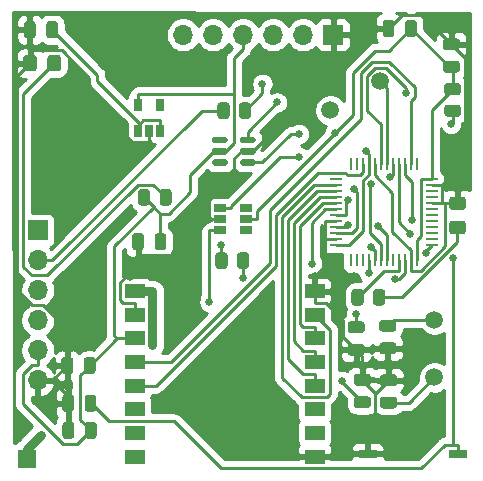
<source format=gtl>
G04 #@! TF.GenerationSoftware,KiCad,Pcbnew,5.1.7-a382d34a8~88~ubuntu18.04.1*
G04 #@! TF.CreationDate,2021-12-09T23:06:50+05:30*
G04 #@! TF.ProjectId,FrontEnd_switch_Normal_v2,46726f6e-7445-46e6-945f-737769746368,rev?*
G04 #@! TF.SameCoordinates,Original*
G04 #@! TF.FileFunction,Copper,L1,Top*
G04 #@! TF.FilePolarity,Positive*
%FSLAX46Y46*%
G04 Gerber Fmt 4.6, Leading zero omitted, Abs format (unit mm)*
G04 Created by KiCad (PCBNEW 5.1.7-a382d34a8~88~ubuntu18.04.1) date 2021-12-09 23:06:50*
%MOMM*%
%LPD*%
G01*
G04 APERTURE LIST*
G04 #@! TA.AperFunction,ComponentPad*
%ADD10O,1.700000X1.700000*%
G04 #@! TD*
G04 #@! TA.AperFunction,ComponentPad*
%ADD11R,1.700000X1.700000*%
G04 #@! TD*
G04 #@! TA.AperFunction,SMDPad,CuDef*
%ADD12R,1.000000X0.230000*%
G04 #@! TD*
G04 #@! TA.AperFunction,SMDPad,CuDef*
%ADD13R,0.230000X1.000000*%
G04 #@! TD*
G04 #@! TA.AperFunction,ComponentPad*
%ADD14R,1.524000X1.524000*%
G04 #@! TD*
G04 #@! TA.AperFunction,SMDPad,CuDef*
%ADD15R,1.600000X0.760000*%
G04 #@! TD*
G04 #@! TA.AperFunction,SMDPad,CuDef*
%ADD16R,0.650000X1.060000*%
G04 #@! TD*
G04 #@! TA.AperFunction,SMDPad,CuDef*
%ADD17R,1.700000X1.200000*%
G04 #@! TD*
G04 #@! TA.AperFunction,SMDPad,CuDef*
%ADD18R,1.060000X0.650000*%
G04 #@! TD*
G04 #@! TA.AperFunction,ComponentPad*
%ADD19C,1.500000*%
G04 #@! TD*
G04 #@! TA.AperFunction,ViaPad*
%ADD20C,0.650000*%
G04 #@! TD*
G04 #@! TA.AperFunction,Conductor*
%ADD21C,0.800000*%
G04 #@! TD*
G04 #@! TA.AperFunction,Conductor*
%ADD22C,0.250000*%
G04 #@! TD*
G04 #@! TA.AperFunction,Conductor*
%ADD23C,0.254000*%
G04 #@! TD*
G04 #@! TA.AperFunction,Conductor*
%ADD24C,0.150000*%
G04 #@! TD*
G04 APERTURE END LIST*
G04 #@! TA.AperFunction,SMDPad,CuDef*
G36*
G01*
X114301000Y-92545200D02*
X114301000Y-92727600D01*
G75*
G02*
X114107200Y-92921400I-193800J0D01*
G01*
X113144800Y-92921400D01*
G75*
G02*
X112951000Y-92727600I0J193800D01*
G01*
X112951000Y-92545200D01*
G75*
G02*
X113144800Y-92351400I193800J0D01*
G01*
X114107200Y-92351400D01*
G75*
G02*
X114301000Y-92545200I0J-193800D01*
G01*
G37*
G04 #@! TD.AperFunction*
G04 #@! TA.AperFunction,SMDPad,CuDef*
G36*
G01*
X114301000Y-91595200D02*
X114301000Y-91777600D01*
G75*
G02*
X114107200Y-91971400I-193800J0D01*
G01*
X113144800Y-91971400D01*
G75*
G02*
X112951000Y-91777600I0J193800D01*
G01*
X112951000Y-91595200D01*
G75*
G02*
X113144800Y-91401400I193800J0D01*
G01*
X114107200Y-91401400D01*
G75*
G02*
X114301000Y-91595200I0J-193800D01*
G01*
G37*
G04 #@! TD.AperFunction*
G04 #@! TA.AperFunction,SMDPad,CuDef*
G36*
G01*
X114301000Y-90645200D02*
X114301000Y-90827600D01*
G75*
G02*
X114107200Y-91021400I-193800J0D01*
G01*
X113144800Y-91021400D01*
G75*
G02*
X112951000Y-90827600I0J193800D01*
G01*
X112951000Y-90645200D01*
G75*
G02*
X113144800Y-90451400I193800J0D01*
G01*
X114107200Y-90451400D01*
G75*
G02*
X114301000Y-90645200I0J-193800D01*
G01*
G37*
G04 #@! TD.AperFunction*
G04 #@! TA.AperFunction,SMDPad,CuDef*
G36*
G01*
X116671000Y-90645200D02*
X116671000Y-90827600D01*
G75*
G02*
X116477200Y-91021400I-193800J0D01*
G01*
X115514800Y-91021400D01*
G75*
G02*
X115321000Y-90827600I0J193800D01*
G01*
X115321000Y-90645200D01*
G75*
G02*
X115514800Y-90451400I193800J0D01*
G01*
X116477200Y-90451400D01*
G75*
G02*
X116671000Y-90645200I0J-193800D01*
G01*
G37*
G04 #@! TD.AperFunction*
G04 #@! TA.AperFunction,SMDPad,CuDef*
G36*
G01*
X116671000Y-91595200D02*
X116671000Y-91777600D01*
G75*
G02*
X116477200Y-91971400I-193800J0D01*
G01*
X115514800Y-91971400D01*
G75*
G02*
X115321000Y-91777600I0J193800D01*
G01*
X115321000Y-91595200D01*
G75*
G02*
X115514800Y-91401400I193800J0D01*
G01*
X116477200Y-91401400D01*
G75*
G02*
X116671000Y-91595200I0J-193800D01*
G01*
G37*
G04 #@! TD.AperFunction*
G04 #@! TA.AperFunction,SMDPad,CuDef*
G36*
G01*
X116671000Y-92545200D02*
X116671000Y-92727600D01*
G75*
G02*
X116477200Y-92921400I-193800J0D01*
G01*
X115514800Y-92921400D01*
G75*
G02*
X115321000Y-92727600I0J193800D01*
G01*
X115321000Y-92545200D01*
G75*
G02*
X115514800Y-92351400I193800J0D01*
G01*
X116477200Y-92351400D01*
G75*
G02*
X116671000Y-92545200I0J-193800D01*
G01*
G37*
G04 #@! TD.AperFunction*
G04 #@! TA.AperFunction,SMDPad,CuDef*
G36*
G01*
X133293999Y-97568100D02*
X134194001Y-97568100D01*
G75*
G02*
X134444000Y-97818099I0J-249999D01*
G01*
X134444000Y-98468101D01*
G75*
G02*
X134194001Y-98718100I-249999J0D01*
G01*
X133293999Y-98718100D01*
G75*
G02*
X133044000Y-98468101I0J249999D01*
G01*
X133044000Y-97818099D01*
G75*
G02*
X133293999Y-97568100I249999J0D01*
G01*
G37*
G04 #@! TD.AperFunction*
G04 #@! TA.AperFunction,SMDPad,CuDef*
G36*
G01*
X133293999Y-95518100D02*
X134194001Y-95518100D01*
G75*
G02*
X134444000Y-95768099I0J-249999D01*
G01*
X134444000Y-96418101D01*
G75*
G02*
X134194001Y-96668100I-249999J0D01*
G01*
X133293999Y-96668100D01*
G75*
G02*
X133044000Y-96418101I0J249999D01*
G01*
X133044000Y-95768099D01*
G75*
G02*
X133293999Y-95518100I249999J0D01*
G01*
G37*
G04 #@! TD.AperFunction*
G04 #@! TA.AperFunction,SMDPad,CuDef*
G36*
G01*
X99035000Y-84678901D02*
X99035000Y-83778899D01*
G75*
G02*
X99284999Y-83528900I249999J0D01*
G01*
X99935001Y-83528900D01*
G75*
G02*
X100185000Y-83778899I0J-249999D01*
G01*
X100185000Y-84678901D01*
G75*
G02*
X99935001Y-84928900I-249999J0D01*
G01*
X99284999Y-84928900D01*
G75*
G02*
X99035000Y-84678901I0J249999D01*
G01*
G37*
G04 #@! TD.AperFunction*
G04 #@! TA.AperFunction,SMDPad,CuDef*
G36*
G01*
X96985000Y-84678901D02*
X96985000Y-83778899D01*
G75*
G02*
X97234999Y-83528900I249999J0D01*
G01*
X97885001Y-83528900D01*
G75*
G02*
X98135000Y-83778899I0J-249999D01*
G01*
X98135000Y-84678901D01*
G75*
G02*
X97885001Y-84928900I-249999J0D01*
G01*
X97234999Y-84928900D01*
G75*
G02*
X96985000Y-84678901I0J249999D01*
G01*
G37*
G04 #@! TD.AperFunction*
G04 #@! TA.AperFunction,SMDPad,CuDef*
G36*
G01*
X114449000Y-87802299D02*
X114449000Y-88702301D01*
G75*
G02*
X114199001Y-88952300I-249999J0D01*
G01*
X113673999Y-88952300D01*
G75*
G02*
X113424000Y-88702301I0J249999D01*
G01*
X113424000Y-87802299D01*
G75*
G02*
X113673999Y-87552300I249999J0D01*
G01*
X114199001Y-87552300D01*
G75*
G02*
X114449000Y-87802299I0J-249999D01*
G01*
G37*
G04 #@! TD.AperFunction*
G04 #@! TA.AperFunction,SMDPad,CuDef*
G36*
G01*
X116274000Y-87802299D02*
X116274000Y-88702301D01*
G75*
G02*
X116024001Y-88952300I-249999J0D01*
G01*
X115498999Y-88952300D01*
G75*
G02*
X115249000Y-88702301I0J249999D01*
G01*
X115249000Y-87802299D01*
G75*
G02*
X115498999Y-87552300I249999J0D01*
G01*
X116024001Y-87552300D01*
G75*
G02*
X116274000Y-87802299I0J-249999D01*
G01*
G37*
G04 #@! TD.AperFunction*
G04 #@! TA.AperFunction,SMDPad,CuDef*
G36*
G01*
X114284000Y-100494999D02*
X114284000Y-101395001D01*
G75*
G02*
X114034001Y-101645000I-249999J0D01*
G01*
X113508999Y-101645000D01*
G75*
G02*
X113259000Y-101395001I0J249999D01*
G01*
X113259000Y-100494999D01*
G75*
G02*
X113508999Y-100245000I249999J0D01*
G01*
X114034001Y-100245000D01*
G75*
G02*
X114284000Y-100494999I0J-249999D01*
G01*
G37*
G04 #@! TD.AperFunction*
G04 #@! TA.AperFunction,SMDPad,CuDef*
G36*
G01*
X116109000Y-100494999D02*
X116109000Y-101395001D01*
G75*
G02*
X115859001Y-101645000I-249999J0D01*
G01*
X115333999Y-101645000D01*
G75*
G02*
X115084000Y-101395001I0J249999D01*
G01*
X115084000Y-100494999D01*
G75*
G02*
X115333999Y-100245000I249999J0D01*
G01*
X115859001Y-100245000D01*
G75*
G02*
X116109000Y-100494999I0J-249999D01*
G01*
G37*
G04 #@! TD.AperFunction*
G04 #@! TA.AperFunction,SMDPad,CuDef*
G36*
G01*
X125800000Y-103598999D02*
X125800000Y-104499001D01*
G75*
G02*
X125550001Y-104749000I-249999J0D01*
G01*
X125024999Y-104749000D01*
G75*
G02*
X124775000Y-104499001I0J249999D01*
G01*
X124775000Y-103598999D01*
G75*
G02*
X125024999Y-103349000I249999J0D01*
G01*
X125550001Y-103349000D01*
G75*
G02*
X125800000Y-103598999I0J-249999D01*
G01*
G37*
G04 #@! TD.AperFunction*
G04 #@! TA.AperFunction,SMDPad,CuDef*
G36*
G01*
X127625000Y-103598999D02*
X127625000Y-104499001D01*
G75*
G02*
X127375001Y-104749000I-249999J0D01*
G01*
X126849999Y-104749000D01*
G75*
G02*
X126600000Y-104499001I0J249999D01*
G01*
X126600000Y-103598999D01*
G75*
G02*
X126849999Y-103349000I249999J0D01*
G01*
X127375001Y-103349000D01*
G75*
G02*
X127625000Y-103598999I0J-249999D01*
G01*
G37*
G04 #@! TD.AperFunction*
G04 #@! TA.AperFunction,SMDPad,CuDef*
G36*
G01*
X132881999Y-87743600D02*
X133782001Y-87743600D01*
G75*
G02*
X134032000Y-87993599I0J-249999D01*
G01*
X134032000Y-88518601D01*
G75*
G02*
X133782001Y-88768600I-249999J0D01*
G01*
X132881999Y-88768600D01*
G75*
G02*
X132632000Y-88518601I0J249999D01*
G01*
X132632000Y-87993599D01*
G75*
G02*
X132881999Y-87743600I249999J0D01*
G01*
G37*
G04 #@! TD.AperFunction*
G04 #@! TA.AperFunction,SMDPad,CuDef*
G36*
G01*
X132881999Y-85918600D02*
X133782001Y-85918600D01*
G75*
G02*
X134032000Y-86168599I0J-249999D01*
G01*
X134032000Y-86693601D01*
G75*
G02*
X133782001Y-86943600I-249999J0D01*
G01*
X132881999Y-86943600D01*
G75*
G02*
X132632000Y-86693601I0J249999D01*
G01*
X132632000Y-86168599D01*
G75*
G02*
X132881999Y-85918600I249999J0D01*
G01*
G37*
G04 #@! TD.AperFunction*
G04 #@! TA.AperFunction,SMDPad,CuDef*
G36*
G01*
X107723000Y-95135299D02*
X107723000Y-96035301D01*
G75*
G02*
X107473001Y-96285300I-249999J0D01*
G01*
X106947999Y-96285300D01*
G75*
G02*
X106698000Y-96035301I0J249999D01*
G01*
X106698000Y-95135299D01*
G75*
G02*
X106947999Y-94885300I249999J0D01*
G01*
X107473001Y-94885300D01*
G75*
G02*
X107723000Y-95135299I0J-249999D01*
G01*
G37*
G04 #@! TD.AperFunction*
G04 #@! TA.AperFunction,SMDPad,CuDef*
G36*
G01*
X109548000Y-95135299D02*
X109548000Y-96035301D01*
G75*
G02*
X109298001Y-96285300I-249999J0D01*
G01*
X108772999Y-96285300D01*
G75*
G02*
X108523000Y-96035301I0J249999D01*
G01*
X108523000Y-95135299D01*
G75*
G02*
X108772999Y-94885300I249999J0D01*
G01*
X109298001Y-94885300D01*
G75*
G02*
X109548000Y-95135299I0J-249999D01*
G01*
G37*
G04 #@! TD.AperFunction*
G04 #@! TA.AperFunction,SMDPad,CuDef*
G36*
G01*
X102108000Y-110307000D02*
X102108000Y-109357000D01*
G75*
G02*
X102358000Y-109107000I250000J0D01*
G01*
X102858000Y-109107000D01*
G75*
G02*
X103108000Y-109357000I0J-250000D01*
G01*
X103108000Y-110307000D01*
G75*
G02*
X102858000Y-110557000I-250000J0D01*
G01*
X102358000Y-110557000D01*
G75*
G02*
X102108000Y-110307000I0J250000D01*
G01*
G37*
G04 #@! TD.AperFunction*
G04 #@! TA.AperFunction,SMDPad,CuDef*
G36*
G01*
X100208000Y-110307000D02*
X100208000Y-109357000D01*
G75*
G02*
X100458000Y-109107000I250000J0D01*
G01*
X100958000Y-109107000D01*
G75*
G02*
X101208000Y-109357000I0J-250000D01*
G01*
X101208000Y-110307000D01*
G75*
G02*
X100958000Y-110557000I-250000J0D01*
G01*
X100458000Y-110557000D01*
G75*
G02*
X100208000Y-110307000I0J250000D01*
G01*
G37*
G04 #@! TD.AperFunction*
G04 #@! TA.AperFunction,SMDPad,CuDef*
G36*
G01*
X102205000Y-115794000D02*
X102205000Y-114844000D01*
G75*
G02*
X102455000Y-114594000I250000J0D01*
G01*
X102955000Y-114594000D01*
G75*
G02*
X103205000Y-114844000I0J-250000D01*
G01*
X103205000Y-115794000D01*
G75*
G02*
X102955000Y-116044000I-250000J0D01*
G01*
X102455000Y-116044000D01*
G75*
G02*
X102205000Y-115794000I0J250000D01*
G01*
G37*
G04 #@! TD.AperFunction*
G04 #@! TA.AperFunction,SMDPad,CuDef*
G36*
G01*
X100305000Y-115794000D02*
X100305000Y-114844000D01*
G75*
G02*
X100555000Y-114594000I250000J0D01*
G01*
X101055000Y-114594000D01*
G75*
G02*
X101305000Y-114844000I0J-250000D01*
G01*
X101305000Y-115794000D01*
G75*
G02*
X101055000Y-116044000I-250000J0D01*
G01*
X100555000Y-116044000D01*
G75*
G02*
X100305000Y-115794000I0J250000D01*
G01*
G37*
G04 #@! TD.AperFunction*
G04 #@! TA.AperFunction,SMDPad,CuDef*
G36*
G01*
X129317000Y-81762600D02*
X129317000Y-80812600D01*
G75*
G02*
X129567000Y-80562600I250000J0D01*
G01*
X130067000Y-80562600D01*
G75*
G02*
X130317000Y-80812600I0J-250000D01*
G01*
X130317000Y-81762600D01*
G75*
G02*
X130067000Y-82012600I-250000J0D01*
G01*
X129567000Y-82012600D01*
G75*
G02*
X129317000Y-81762600I0J250000D01*
G01*
G37*
G04 #@! TD.AperFunction*
G04 #@! TA.AperFunction,SMDPad,CuDef*
G36*
G01*
X127417000Y-81762600D02*
X127417000Y-80812600D01*
G75*
G02*
X127667000Y-80562600I250000J0D01*
G01*
X128167000Y-80562600D01*
G75*
G02*
X128417000Y-80812600I0J-250000D01*
G01*
X128417000Y-81762600D01*
G75*
G02*
X128167000Y-82012600I-250000J0D01*
G01*
X127667000Y-82012600D01*
G75*
G02*
X127417000Y-81762600I0J250000D01*
G01*
G37*
G04 #@! TD.AperFunction*
G04 #@! TA.AperFunction,SMDPad,CuDef*
G36*
G01*
X108105000Y-99819500D02*
X108105000Y-98869500D01*
G75*
G02*
X108355000Y-98619500I250000J0D01*
G01*
X108855000Y-98619500D01*
G75*
G02*
X109105000Y-98869500I0J-250000D01*
G01*
X109105000Y-99819500D01*
G75*
G02*
X108855000Y-100069500I-250000J0D01*
G01*
X108355000Y-100069500D01*
G75*
G02*
X108105000Y-99819500I0J250000D01*
G01*
G37*
G04 #@! TD.AperFunction*
G04 #@! TA.AperFunction,SMDPad,CuDef*
G36*
G01*
X106205000Y-99819500D02*
X106205000Y-98869500D01*
G75*
G02*
X106455000Y-98619500I250000J0D01*
G01*
X106955000Y-98619500D01*
G75*
G02*
X107205000Y-98869500I0J-250000D01*
G01*
X107205000Y-99819500D01*
G75*
G02*
X106955000Y-100069500I-250000J0D01*
G01*
X106455000Y-100069500D01*
G75*
G02*
X106205000Y-99819500I0J250000D01*
G01*
G37*
G04 #@! TD.AperFunction*
G04 #@! TA.AperFunction,SMDPad,CuDef*
G36*
G01*
X126175000Y-111534000D02*
X125225000Y-111534000D01*
G75*
G02*
X124975000Y-111284000I0J250000D01*
G01*
X124975000Y-110784000D01*
G75*
G02*
X125225000Y-110534000I250000J0D01*
G01*
X126175000Y-110534000D01*
G75*
G02*
X126425000Y-110784000I0J-250000D01*
G01*
X126425000Y-111284000D01*
G75*
G02*
X126175000Y-111534000I-250000J0D01*
G01*
G37*
G04 #@! TD.AperFunction*
G04 #@! TA.AperFunction,SMDPad,CuDef*
G36*
G01*
X126175000Y-113434000D02*
X125225000Y-113434000D01*
G75*
G02*
X124975000Y-113184000I0J250000D01*
G01*
X124975000Y-112684000D01*
G75*
G02*
X125225000Y-112434000I250000J0D01*
G01*
X126175000Y-112434000D01*
G75*
G02*
X126425000Y-112684000I0J-250000D01*
G01*
X126425000Y-113184000D01*
G75*
G02*
X126175000Y-113434000I-250000J0D01*
G01*
G37*
G04 #@! TD.AperFunction*
G04 #@! TA.AperFunction,SMDPad,CuDef*
G36*
G01*
X124699000Y-107991000D02*
X125649000Y-107991000D01*
G75*
G02*
X125899000Y-108241000I0J-250000D01*
G01*
X125899000Y-108741000D01*
G75*
G02*
X125649000Y-108991000I-250000J0D01*
G01*
X124699000Y-108991000D01*
G75*
G02*
X124449000Y-108741000I0J250000D01*
G01*
X124449000Y-108241000D01*
G75*
G02*
X124699000Y-107991000I250000J0D01*
G01*
G37*
G04 #@! TD.AperFunction*
G04 #@! TA.AperFunction,SMDPad,CuDef*
G36*
G01*
X124699000Y-106091000D02*
X125649000Y-106091000D01*
G75*
G02*
X125899000Y-106341000I0J-250000D01*
G01*
X125899000Y-106841000D01*
G75*
G02*
X125649000Y-107091000I-250000J0D01*
G01*
X124699000Y-107091000D01*
G75*
G02*
X124449000Y-106841000I0J250000D01*
G01*
X124449000Y-106341000D01*
G75*
G02*
X124699000Y-106091000I250000J0D01*
G01*
G37*
G04 #@! TD.AperFunction*
G04 #@! TA.AperFunction,SMDPad,CuDef*
G36*
G01*
X128387000Y-111574000D02*
X127437000Y-111574000D01*
G75*
G02*
X127187000Y-111324000I0J250000D01*
G01*
X127187000Y-110824000D01*
G75*
G02*
X127437000Y-110574000I250000J0D01*
G01*
X128387000Y-110574000D01*
G75*
G02*
X128637000Y-110824000I0J-250000D01*
G01*
X128637000Y-111324000D01*
G75*
G02*
X128387000Y-111574000I-250000J0D01*
G01*
G37*
G04 #@! TD.AperFunction*
G04 #@! TA.AperFunction,SMDPad,CuDef*
G36*
G01*
X128387000Y-113474000D02*
X127437000Y-113474000D01*
G75*
G02*
X127187000Y-113224000I0J250000D01*
G01*
X127187000Y-112724000D01*
G75*
G02*
X127437000Y-112474000I250000J0D01*
G01*
X128387000Y-112474000D01*
G75*
G02*
X128637000Y-112724000I0J-250000D01*
G01*
X128637000Y-113224000D01*
G75*
G02*
X128387000Y-113474000I-250000J0D01*
G01*
G37*
G04 #@! TD.AperFunction*
G04 #@! TA.AperFunction,SMDPad,CuDef*
G36*
G01*
X127371000Y-107867000D02*
X128321000Y-107867000D01*
G75*
G02*
X128571000Y-108117000I0J-250000D01*
G01*
X128571000Y-108617000D01*
G75*
G02*
X128321000Y-108867000I-250000J0D01*
G01*
X127371000Y-108867000D01*
G75*
G02*
X127121000Y-108617000I0J250000D01*
G01*
X127121000Y-108117000D01*
G75*
G02*
X127371000Y-107867000I250000J0D01*
G01*
G37*
G04 #@! TD.AperFunction*
G04 #@! TA.AperFunction,SMDPad,CuDef*
G36*
G01*
X127371000Y-105967000D02*
X128321000Y-105967000D01*
G75*
G02*
X128571000Y-106217000I0J-250000D01*
G01*
X128571000Y-106717000D01*
G75*
G02*
X128321000Y-106967000I-250000J0D01*
G01*
X127371000Y-106967000D01*
G75*
G02*
X127121000Y-106717000I0J250000D01*
G01*
X127121000Y-106217000D01*
G75*
G02*
X127371000Y-105967000I250000J0D01*
G01*
G37*
G04 #@! TD.AperFunction*
G04 #@! TA.AperFunction,SMDPad,CuDef*
G36*
G01*
X102187000Y-113497000D02*
X102187000Y-112547000D01*
G75*
G02*
X102437000Y-112297000I250000J0D01*
G01*
X102937000Y-112297000D01*
G75*
G02*
X103187000Y-112547000I0J-250000D01*
G01*
X103187000Y-113497000D01*
G75*
G02*
X102937000Y-113747000I-250000J0D01*
G01*
X102437000Y-113747000D01*
G75*
G02*
X102187000Y-113497000I0J250000D01*
G01*
G37*
G04 #@! TD.AperFunction*
G04 #@! TA.AperFunction,SMDPad,CuDef*
G36*
G01*
X100287000Y-113497000D02*
X100287000Y-112547000D01*
G75*
G02*
X100537000Y-112297000I250000J0D01*
G01*
X101037000Y-112297000D01*
G75*
G02*
X101287000Y-112547000I0J-250000D01*
G01*
X101287000Y-113497000D01*
G75*
G02*
X101037000Y-113747000I-250000J0D01*
G01*
X100537000Y-113747000D01*
G75*
G02*
X100287000Y-113497000I0J250000D01*
G01*
G37*
G04 #@! TD.AperFunction*
G04 #@! TA.AperFunction,SMDPad,CuDef*
G36*
G01*
X132758000Y-84031200D02*
X133708000Y-84031200D01*
G75*
G02*
X133958000Y-84281200I0J-250000D01*
G01*
X133958000Y-84781200D01*
G75*
G02*
X133708000Y-85031200I-250000J0D01*
G01*
X132758000Y-85031200D01*
G75*
G02*
X132508000Y-84781200I0J250000D01*
G01*
X132508000Y-84281200D01*
G75*
G02*
X132758000Y-84031200I250000J0D01*
G01*
G37*
G04 #@! TD.AperFunction*
G04 #@! TA.AperFunction,SMDPad,CuDef*
G36*
G01*
X132758000Y-82131200D02*
X133708000Y-82131200D01*
G75*
G02*
X133958000Y-82381200I0J-250000D01*
G01*
X133958000Y-82881200D01*
G75*
G02*
X133708000Y-83131200I-250000J0D01*
G01*
X132758000Y-83131200D01*
G75*
G02*
X132508000Y-82881200I0J250000D01*
G01*
X132508000Y-82381200D01*
G75*
G02*
X132758000Y-82131200I250000J0D01*
G01*
G37*
G04 #@! TD.AperFunction*
G04 #@! TA.AperFunction,SMDPad,CuDef*
G36*
G01*
X98941000Y-81869300D02*
X98941000Y-80919300D01*
G75*
G02*
X99191000Y-80669300I250000J0D01*
G01*
X99691000Y-80669300D01*
G75*
G02*
X99941000Y-80919300I0J-250000D01*
G01*
X99941000Y-81869300D01*
G75*
G02*
X99691000Y-82119300I-250000J0D01*
G01*
X99191000Y-82119300D01*
G75*
G02*
X98941000Y-81869300I0J250000D01*
G01*
G37*
G04 #@! TD.AperFunction*
G04 #@! TA.AperFunction,SMDPad,CuDef*
G36*
G01*
X97041000Y-81869300D02*
X97041000Y-80919300D01*
G75*
G02*
X97291000Y-80669300I250000J0D01*
G01*
X97791000Y-80669300D01*
G75*
G02*
X98041000Y-80919300I0J-250000D01*
G01*
X98041000Y-81869300D01*
G75*
G02*
X97791000Y-82119300I-250000J0D01*
G01*
X97291000Y-82119300D01*
G75*
G02*
X97041000Y-81869300I0J250000D01*
G01*
G37*
G04 #@! TD.AperFunction*
D10*
X110523000Y-81833700D03*
X113063000Y-81833700D03*
X115603000Y-81833700D03*
X118143000Y-81833700D03*
X120683000Y-81833700D03*
D11*
X123223000Y-81833700D03*
D12*
X131559000Y-99133700D03*
D13*
X130289000Y-92783700D03*
X129781000Y-92783700D03*
X129273000Y-92783700D03*
X128765000Y-92783700D03*
X128257000Y-92783700D03*
X127749000Y-92783700D03*
X127241000Y-92783700D03*
X126733000Y-92783700D03*
X126225000Y-92783700D03*
X125717000Y-92783700D03*
X125209000Y-92783700D03*
X124701000Y-92783700D03*
D12*
X123431000Y-94053700D03*
X123431000Y-94561700D03*
X123431000Y-95577700D03*
X123431000Y-96085700D03*
X123431000Y-96593700D03*
X123431000Y-97101700D03*
X123431000Y-97609700D03*
X123431000Y-98117700D03*
X123431000Y-98625700D03*
X123431000Y-99133700D03*
X123431000Y-99641700D03*
D13*
X125209000Y-100911700D03*
X125717000Y-100911700D03*
X126225000Y-100911700D03*
X126733000Y-100911700D03*
X127241000Y-100911700D03*
X127749000Y-100911700D03*
X128257000Y-100911700D03*
X128765000Y-100911700D03*
X129273000Y-100911700D03*
X129781000Y-100911700D03*
X130289000Y-100911700D03*
D12*
X131559000Y-99641700D03*
X131559000Y-98625700D03*
X131559000Y-98117700D03*
X131559000Y-97609700D03*
X131559000Y-97101700D03*
X131559000Y-96593700D03*
X131559000Y-96085700D03*
X131559000Y-95577700D03*
X131559000Y-95069700D03*
X131559000Y-94561700D03*
X131559000Y-94053700D03*
D13*
X124701000Y-100911700D03*
D12*
X123431000Y-95069700D03*
D14*
X97287100Y-117704000D03*
D15*
X133764000Y-117282000D03*
X126144000Y-117282000D03*
D16*
X106705000Y-87756800D03*
X108605000Y-87756800D03*
X108605000Y-89956800D03*
X107655000Y-89956800D03*
X106705000Y-89956800D03*
D17*
X106426000Y-103533000D03*
X106426000Y-105533000D03*
X106426000Y-107533000D03*
X106426000Y-109533000D03*
X106426000Y-111533000D03*
X106426000Y-113533000D03*
X106426000Y-115533000D03*
X106426000Y-117533000D03*
X121656000Y-117533000D03*
X121656000Y-115533000D03*
X121656000Y-113533000D03*
X121656000Y-111533000D03*
X121656000Y-109533000D03*
X121656000Y-107533000D03*
X121656000Y-105533000D03*
X121656000Y-103533000D03*
D18*
X113655000Y-96481900D03*
X113655000Y-97431900D03*
X113655000Y-98381900D03*
X115855000Y-98381900D03*
X115855000Y-96481900D03*
X115855000Y-97431900D03*
D19*
X131796000Y-105951000D03*
X131796000Y-110831000D03*
X127223204Y-85774200D03*
X122997000Y-88214200D03*
D11*
X98220000Y-98380000D03*
D10*
X98220000Y-100920000D03*
X98220000Y-103460000D03*
X98220000Y-106000000D03*
X98220000Y-108540000D03*
X98220000Y-111080000D03*
D20*
X98478340Y-115676680D03*
X107926300Y-108096600D03*
X106052200Y-102305100D03*
X121679200Y-102238200D03*
X126019100Y-91706100D03*
X123383100Y-90115700D03*
X129412900Y-86781300D03*
X133210200Y-89355300D03*
X133412000Y-100729300D03*
X129941300Y-97497600D03*
X129744000Y-98680700D03*
X125174000Y-105483500D03*
X128027100Y-93867700D03*
X124015200Y-111150500D03*
X127027200Y-98026500D03*
X126430100Y-94460100D03*
X128432700Y-102498900D03*
X131087400Y-100336500D03*
X126464600Y-99809100D03*
X113771500Y-99655600D03*
X124511300Y-97905700D03*
X121412300Y-101191800D03*
X124517400Y-95836700D03*
X120324700Y-92134900D03*
X112749700Y-104434300D03*
X115596500Y-102445700D03*
X126225000Y-102004500D03*
X117236500Y-85979200D03*
X118474500Y-87556900D03*
X120333700Y-90236600D03*
X125016400Y-94919300D03*
D21*
X107926300Y-103533000D02*
X107926300Y-108096600D01*
X106426000Y-103533000D02*
X107926300Y-103533000D01*
X97287100Y-116867920D02*
X98460796Y-115694224D01*
X97287100Y-117704000D02*
X97287100Y-116867920D01*
D22*
X106863600Y-89345500D02*
X107157600Y-89051500D01*
X107157600Y-89051500D02*
X108605000Y-89051500D01*
X106705000Y-89730400D02*
X106705000Y-89504100D01*
X106705000Y-89504100D02*
X106863600Y-89345500D01*
X106863600Y-89345500D02*
X103245900Y-85727800D01*
X103245900Y-85727800D02*
X103245900Y-85199200D01*
X103245900Y-85199200D02*
X99441000Y-81394300D01*
X108605000Y-89956800D02*
X108605000Y-89051500D01*
X106705000Y-89956800D02*
X106705000Y-89730400D01*
X126733000Y-92783700D02*
X126733000Y-93701300D01*
X126733000Y-93701300D02*
X128249400Y-95217700D01*
X128249400Y-95217700D02*
X128249400Y-98504800D01*
X128249400Y-98504800D02*
X129781000Y-100036400D01*
X129781000Y-101787000D02*
X130627400Y-101787000D01*
X130627400Y-101787000D02*
X132667600Y-99746800D01*
X132667600Y-99746800D02*
X132667600Y-96093100D01*
X106705000Y-100498400D02*
X106705000Y-99344500D01*
X106052200Y-102305100D02*
X106705000Y-101652300D01*
X106705000Y-101652300D02*
X106705000Y-100498400D01*
X112749700Y-97431900D02*
X109683200Y-100498400D01*
X109683200Y-100498400D02*
X106705000Y-100498400D01*
X115996000Y-91686400D02*
X115469900Y-91686400D01*
X115469900Y-91686400D02*
X114865500Y-92290800D01*
X114865500Y-92290800D02*
X114865500Y-93676400D01*
X114865500Y-93676400D02*
X112749700Y-95792200D01*
X112749700Y-95792200D02*
X112749700Y-97431900D01*
X129781000Y-100911700D02*
X129781000Y-100036400D01*
X106052200Y-102305100D02*
X105662700Y-102305100D01*
X105662700Y-102305100D02*
X105200600Y-102767200D01*
X105200600Y-102767200D02*
X105200600Y-104307600D01*
X105200600Y-104307600D02*
X105450700Y-104557700D01*
X105450700Y-104557700D02*
X106426000Y-104557700D01*
X113655000Y-97431900D02*
X112749700Y-97431900D01*
X97560000Y-84228900D02*
X96457800Y-85331100D01*
X96457800Y-85331100D02*
X96457800Y-103444500D01*
X96457800Y-103444500D02*
X97743300Y-104730000D01*
X97743300Y-104730000D02*
X98695700Y-104730000D01*
X98695700Y-104730000D02*
X100708000Y-106742300D01*
X100708000Y-106742300D02*
X100708000Y-109832000D01*
X106426000Y-105533000D02*
X106426000Y-104557700D01*
X132434300Y-96085700D02*
X132660200Y-96085700D01*
X132660200Y-96085700D02*
X132667600Y-96093100D01*
X133744000Y-96093100D02*
X132667600Y-96093100D01*
X129781000Y-100911700D02*
X129781000Y-101787000D01*
X132434300Y-94561700D02*
X132434300Y-96085700D01*
X126144000Y-117282000D02*
X124968700Y-117282000D01*
X121656000Y-117533000D02*
X124717700Y-117533000D01*
X124717700Y-117533000D02*
X124968700Y-117282000D01*
X126144000Y-117282000D02*
X126144000Y-116526700D01*
X125700000Y-111034000D02*
X126806000Y-112140000D01*
X126806000Y-112140000D02*
X126806000Y-115864700D01*
X126806000Y-115864700D02*
X126144000Y-116526700D01*
X126806000Y-112140000D02*
X126846000Y-112140000D01*
X126846000Y-112140000D02*
X127912000Y-111074000D01*
X121679200Y-102238200D02*
X122555700Y-101361700D01*
X122555700Y-101361700D02*
X122555700Y-99133700D01*
X121656000Y-102557700D02*
X121679200Y-102534500D01*
X121679200Y-102534500D02*
X121679200Y-102238200D01*
X125174000Y-108491000D02*
X124055300Y-107372300D01*
X124055300Y-107372300D02*
X124055300Y-105932300D01*
X124055300Y-105932300D02*
X122631300Y-104508300D01*
X122631300Y-104508300D02*
X121656000Y-104508300D01*
X127917000Y-81287600D02*
X124994400Y-81287600D01*
X124994400Y-81287600D02*
X124448300Y-81833700D01*
X121656000Y-103533000D02*
X121656000Y-102557700D01*
X121656000Y-103533000D02*
X121656000Y-104508300D01*
X125700000Y-111034000D02*
X125700000Y-109017000D01*
X125700000Y-109017000D02*
X125174000Y-108491000D01*
X123431000Y-99133700D02*
X122555700Y-99133700D01*
X132434300Y-94561700D02*
X134426600Y-92569400D01*
X134426600Y-92569400D02*
X134426600Y-83824800D01*
X134426600Y-83824800D02*
X133233000Y-82631200D01*
X115996000Y-91686400D02*
X116451200Y-91686400D01*
X116451200Y-91686400D02*
X123223000Y-84914600D01*
X123223000Y-84914600D02*
X123223000Y-81833700D01*
X123431000Y-97609700D02*
X122555700Y-97609700D01*
X122555700Y-99133700D02*
X122555700Y-97609700D01*
X132309200Y-94561700D02*
X132434300Y-94561700D01*
X131559000Y-94561700D02*
X132309200Y-94561700D01*
X131559000Y-96085700D02*
X132434300Y-96085700D01*
X133233000Y-82631200D02*
X130774900Y-80173100D01*
X130774900Y-80173100D02*
X129031500Y-80173100D01*
X129031500Y-80173100D02*
X127917000Y-81287600D01*
X123223000Y-81833700D02*
X124448300Y-81833700D01*
X97560000Y-83142100D02*
X97560000Y-84228900D01*
X97541000Y-81394300D02*
X97541000Y-83123100D01*
X97541000Y-83123100D02*
X97560000Y-83142100D01*
X97560000Y-83142100D02*
X100254600Y-83142100D01*
X100254600Y-83142100D02*
X102568600Y-85456100D01*
X102568600Y-85456100D02*
X102568600Y-87207400D01*
X102568600Y-87207400D02*
X106223300Y-90862100D01*
X106223300Y-90862100D02*
X107655000Y-90862100D01*
X107655000Y-89956800D02*
X107655000Y-90862100D01*
X100787000Y-113022000D02*
X100787000Y-112407000D01*
X100787000Y-112407000D02*
X99460000Y-111080000D01*
X100805000Y-115319000D02*
X100805000Y-113040000D01*
X100805000Y-113040000D02*
X100787000Y-113022000D01*
X99460000Y-111080000D02*
X100708000Y-109832000D01*
X98220000Y-111080000D02*
X99460000Y-111080000D01*
X127846000Y-108367000D02*
X127912000Y-108433000D01*
X127912000Y-108433000D02*
X127912000Y-111074000D01*
X130289000Y-100911700D02*
X130289000Y-99240100D01*
X130289000Y-99240100D02*
X130683700Y-98845400D01*
X130683700Y-98845400D02*
X130683700Y-94053700D01*
X133332000Y-86431100D02*
X131559000Y-88204100D01*
X131559000Y-88204100D02*
X131559000Y-94053700D01*
X133233000Y-84531200D02*
X133332000Y-84630200D01*
X133332000Y-84630200D02*
X133332000Y-86431100D01*
X123383100Y-90115700D02*
X116760300Y-96738500D01*
X116760300Y-96738500D02*
X116760300Y-97431900D01*
X104907000Y-107533000D02*
X102608000Y-109832000D01*
X106426000Y-107533000D02*
X104907000Y-107533000D01*
X108028200Y-96403000D02*
X104682200Y-99749000D01*
X104682200Y-99749000D02*
X104682200Y-107308200D01*
X104682200Y-107308200D02*
X104907000Y-107533000D01*
X108028200Y-96403000D02*
X107210500Y-95585300D01*
X108605000Y-96979800D02*
X108028200Y-96403000D01*
X108605000Y-99344500D02*
X108605000Y-96979800D01*
X113626000Y-91686400D02*
X113100500Y-91686400D01*
X113100500Y-91686400D02*
X111108000Y-93678900D01*
X111108000Y-93678900D02*
X111108000Y-95159700D01*
X111108000Y-95159700D02*
X109287900Y-96979800D01*
X109287900Y-96979800D02*
X108605000Y-96979800D01*
X114851500Y-86851500D02*
X114851500Y-90965500D01*
X114851500Y-90965500D02*
X114130600Y-91686400D01*
X114130600Y-91686400D02*
X113626000Y-91686400D01*
X131559000Y-94053700D02*
X130683700Y-94053700D01*
X126019100Y-91706100D02*
X126221400Y-91908400D01*
X126221400Y-91908400D02*
X126225000Y-91908400D01*
X133233000Y-84531200D02*
X133060600Y-84531200D01*
X133060600Y-84531200D02*
X129817000Y-81287600D01*
X123383100Y-90115700D02*
X124897100Y-88601700D01*
X124897100Y-88601700D02*
X124897100Y-85051200D01*
X124897100Y-85051200D02*
X126773800Y-83174500D01*
X126773800Y-83174500D02*
X127930100Y-83174500D01*
X127930100Y-83174500D02*
X129817000Y-81287600D01*
X126225000Y-92783700D02*
X126225000Y-91908400D01*
X124306300Y-99641700D02*
X124536400Y-99641700D01*
X124536400Y-99641700D02*
X125721700Y-98456400D01*
X125721700Y-98456400D02*
X125721700Y-94162300D01*
X125721700Y-94162300D02*
X126225000Y-93659000D01*
X126225000Y-92783700D02*
X126225000Y-93659000D01*
X115603000Y-83059000D02*
X114851500Y-83810500D01*
X114851500Y-83810500D02*
X114851500Y-86851500D01*
X106705000Y-86851500D02*
X114851500Y-86851500D01*
X106705000Y-87756800D02*
X106705000Y-86851500D01*
X115603000Y-81833700D02*
X115603000Y-83059000D01*
X102608000Y-109832000D02*
X101808100Y-110631900D01*
X101808100Y-110631900D02*
X101808100Y-114422100D01*
X101808100Y-114422100D02*
X102705000Y-115319000D01*
X98220000Y-108540000D02*
X98220000Y-109765300D01*
X98220000Y-109765300D02*
X97760500Y-109765300D01*
X97760500Y-109765300D02*
X96979300Y-110546500D01*
X96979300Y-110546500D02*
X96979300Y-113116700D01*
X96979300Y-113116700D02*
X100330900Y-116468300D01*
X100330900Y-116468300D02*
X101555700Y-116468300D01*
X101555700Y-116468300D02*
X102705000Y-115319000D01*
X123431000Y-99641700D02*
X124306300Y-99641700D01*
X115855000Y-97431900D02*
X116760300Y-97431900D01*
X133412000Y-116526700D02*
X133412000Y-100729300D01*
X129412900Y-86781300D02*
X129412900Y-86330900D01*
X129412900Y-86330900D02*
X127706000Y-84624000D01*
X127706000Y-84624000D02*
X126746000Y-84624000D01*
X126746000Y-84624000D02*
X126070300Y-85299700D01*
X126070300Y-85299700D02*
X126070300Y-88240800D01*
X126070300Y-88240800D02*
X127241000Y-89411500D01*
X127241000Y-89411500D02*
X127241000Y-92783700D01*
X133332000Y-88256100D02*
X133332000Y-89233500D01*
X133332000Y-89233500D02*
X133210200Y-89355300D01*
X133412000Y-116526700D02*
X132678300Y-116526700D01*
X132678300Y-116526700D02*
X130696600Y-118508400D01*
X130696600Y-118508400D02*
X113737300Y-118508400D01*
X113737300Y-118508400D02*
X109786500Y-114557600D01*
X109786500Y-114557600D02*
X104222600Y-114557600D01*
X104222600Y-114557600D02*
X102687000Y-113022000D01*
X133764000Y-116526700D02*
X133412000Y-116526700D01*
X133764000Y-117282000D02*
X133764000Y-116526700D01*
X129273000Y-93659000D02*
X129941300Y-94327300D01*
X129941300Y-94327300D02*
X129941300Y-97497600D01*
X129273000Y-92783700D02*
X129273000Y-93659000D01*
X131796000Y-105951000D02*
X128362000Y-105951000D01*
X128362000Y-105951000D02*
X127846000Y-106467000D01*
X129744000Y-98680700D02*
X128765000Y-97701700D01*
X128765000Y-97701700D02*
X128765000Y-92783700D01*
X131796000Y-110831000D02*
X129653000Y-112974000D01*
X129653000Y-112974000D02*
X127912000Y-112974000D01*
X125174000Y-106591000D02*
X125174000Y-105483500D01*
X128257000Y-92783700D02*
X128257000Y-93659000D01*
X128257000Y-93659000D02*
X128235800Y-93659000D01*
X128235800Y-93659000D02*
X128027100Y-93867700D01*
X124015200Y-111150500D02*
X124015200Y-111249200D01*
X124015200Y-111249200D02*
X125700000Y-112934000D01*
X127749000Y-91908400D02*
X127749000Y-86300000D01*
X127749000Y-86300000D02*
X127223200Y-85774200D01*
X127749000Y-92783700D02*
X127749000Y-91908400D01*
X109035500Y-95585300D02*
X107959000Y-94508800D01*
X107959000Y-94508800D02*
X106689300Y-94508800D01*
X106689300Y-94508800D02*
X99008100Y-102190000D01*
X99008100Y-102190000D02*
X97735600Y-102190000D01*
X97735600Y-102190000D02*
X96994600Y-101449000D01*
X96994600Y-101449000D02*
X96994600Y-86844300D01*
X96994600Y-86844300D02*
X99610000Y-84228900D01*
X127112500Y-104049000D02*
X129073000Y-104049000D01*
X129073000Y-104049000D02*
X133744000Y-99378000D01*
X133744000Y-99378000D02*
X133744000Y-98143100D01*
X127749000Y-100911700D02*
X127749000Y-98748300D01*
X127749000Y-98748300D02*
X127027200Y-98026500D01*
X126430100Y-94460100D02*
X126302700Y-94587500D01*
X126302700Y-94587500D02*
X126302700Y-98591900D01*
X126302700Y-98591900D02*
X127241000Y-99530200D01*
X127241000Y-99530200D02*
X127241000Y-100911700D01*
X129273000Y-100911700D02*
X129273000Y-102029500D01*
X129273000Y-102029500D02*
X128803600Y-102498900D01*
X128803600Y-102498900D02*
X128432700Y-102498900D01*
X131559000Y-99641700D02*
X131087400Y-100113300D01*
X131087400Y-100113300D02*
X131087400Y-100336500D01*
X126733000Y-100911700D02*
X126733000Y-100036400D01*
X126464600Y-99809100D02*
X126691900Y-100036400D01*
X126691900Y-100036400D02*
X126733000Y-100036400D01*
X113771500Y-100945000D02*
X113771500Y-99655600D01*
X123431000Y-98117700D02*
X124306300Y-98117700D01*
X124306300Y-98117700D02*
X124306300Y-98110700D01*
X124306300Y-98110700D02*
X124511300Y-97905700D01*
X123431000Y-96593700D02*
X122555700Y-96593700D01*
X121412300Y-101191800D02*
X121412300Y-97737100D01*
X121412300Y-97737100D02*
X122555700Y-96593700D01*
X128765000Y-100911700D02*
X128765000Y-101787000D01*
X128765000Y-101787000D02*
X127549500Y-101787000D01*
X127549500Y-101787000D02*
X125287500Y-104049000D01*
X123431000Y-94561700D02*
X121642700Y-94561700D01*
X121642700Y-94561700D02*
X118913700Y-97290700D01*
X118913700Y-97290700D02*
X118913700Y-110876100D01*
X118913700Y-110876100D02*
X120546000Y-112508400D01*
X120546000Y-112508400D02*
X122666000Y-112508400D01*
X122666000Y-112508400D02*
X122931300Y-112243100D01*
X122931300Y-112243100D02*
X122931300Y-106808300D01*
X122931300Y-106808300D02*
X121656000Y-105533000D01*
X129781000Y-92783700D02*
X129781000Y-87403700D01*
X129781000Y-87403700D02*
X130124000Y-87060700D01*
X130124000Y-87060700D02*
X130124000Y-86281000D01*
X130124000Y-86281000D02*
X127966600Y-84123600D01*
X127966600Y-84123600D02*
X126538700Y-84123600D01*
X126538700Y-84123600D02*
X125569900Y-85092400D01*
X125569900Y-85092400D02*
X125569900Y-88971900D01*
X125569900Y-88971900D02*
X117861200Y-96680600D01*
X117861200Y-96680600D02*
X117861200Y-101176800D01*
X117861200Y-101176800D02*
X109505000Y-109533000D01*
X109505000Y-109533000D02*
X106426000Y-109533000D01*
X125717000Y-92783700D02*
X125717000Y-93421400D01*
X125717000Y-93421400D02*
X125479400Y-93659000D01*
X125479400Y-93659000D02*
X124430600Y-93659000D01*
X124430600Y-93659000D02*
X124293900Y-93522300D01*
X124293900Y-93522300D02*
X121913100Y-93522300D01*
X121913100Y-93522300D02*
X118361500Y-97073900D01*
X118361500Y-97073900D02*
X118361500Y-101387200D01*
X118361500Y-101387200D02*
X108215700Y-111533000D01*
X108215700Y-111533000D02*
X106426000Y-111533000D01*
X123431000Y-95069700D02*
X121844100Y-95069700D01*
X121844100Y-95069700D02*
X119414100Y-97499700D01*
X119414100Y-97499700D02*
X119414100Y-109291100D01*
X119414100Y-109291100D02*
X120680700Y-110557700D01*
X120680700Y-110557700D02*
X121656000Y-110557700D01*
X121656000Y-111533000D02*
X121656000Y-110557700D01*
X123431000Y-95577700D02*
X122130500Y-95577700D01*
X122130500Y-95577700D02*
X119914500Y-97793700D01*
X119914500Y-97793700D02*
X119914500Y-107791500D01*
X119914500Y-107791500D02*
X120680700Y-108557700D01*
X120680700Y-108557700D02*
X121656000Y-108557700D01*
X121656000Y-109533000D02*
X121656000Y-108557700D01*
X122555700Y-96085700D02*
X122335900Y-96085700D01*
X122335900Y-96085700D02*
X120419700Y-98001900D01*
X120419700Y-98001900D02*
X120419700Y-106296700D01*
X120419700Y-106296700D02*
X120680700Y-106557700D01*
X120680700Y-106557700D02*
X121656000Y-106557700D01*
X123431000Y-96085700D02*
X122555700Y-96085700D01*
X121656000Y-107533000D02*
X121656000Y-106557700D01*
X124517400Y-95836700D02*
X124306300Y-96047800D01*
X124306300Y-96047800D02*
X124306300Y-97101700D01*
X113655000Y-96481900D02*
X114560300Y-96481900D01*
X114560300Y-96481900D02*
X114560300Y-96306700D01*
X114560300Y-96306700D02*
X118732100Y-92134900D01*
X118732100Y-92134900D02*
X120324700Y-92134900D01*
X123431000Y-97101700D02*
X124306300Y-97101700D01*
X112749700Y-98381900D02*
X112749700Y-104434300D01*
X113655000Y-98381900D02*
X112749700Y-98381900D01*
X115596500Y-100945000D02*
X115596500Y-102445700D01*
X98220000Y-100920000D02*
X99445300Y-100920000D01*
X99445300Y-100920000D02*
X112113000Y-88252300D01*
X112113000Y-88252300D02*
X113936500Y-88252300D01*
X126225000Y-101787000D02*
X126225000Y-102004500D01*
X126225000Y-100911700D02*
X126225000Y-101787000D01*
X115761500Y-88252300D02*
X117236500Y-86777300D01*
X117236500Y-86777300D02*
X117236500Y-85979200D01*
X115996000Y-90736400D02*
X115996000Y-90035400D01*
X115996000Y-90035400D02*
X118474500Y-87556900D01*
X124306300Y-98625700D02*
X124786700Y-98625700D01*
X124786700Y-98625700D02*
X125221400Y-98191000D01*
X125221400Y-98191000D02*
X125221400Y-95124300D01*
X125221400Y-95124300D02*
X125016400Y-94919300D01*
X115996000Y-92636400D02*
X117223400Y-92636400D01*
X117223400Y-92636400D02*
X119623200Y-90236600D01*
X119623200Y-90236600D02*
X120333700Y-90236600D01*
X123431000Y-98625700D02*
X124306300Y-98625700D01*
D23*
X118153701Y-110838768D02*
X118150024Y-110876100D01*
X118153701Y-110913433D01*
X118164698Y-111025086D01*
X118170862Y-111045405D01*
X118208154Y-111168346D01*
X118278726Y-111300376D01*
X118312889Y-111342003D01*
X118373700Y-111416101D01*
X118402698Y-111439899D01*
X119982201Y-113019403D01*
X120005999Y-113048401D01*
X120121724Y-113143374D01*
X120167928Y-113168071D01*
X120167928Y-114133000D01*
X120180188Y-114257482D01*
X120216498Y-114377180D01*
X120275463Y-114487494D01*
X120312809Y-114533000D01*
X120275463Y-114578506D01*
X120216498Y-114688820D01*
X120180188Y-114808518D01*
X120167928Y-114933000D01*
X120167928Y-116133000D01*
X120180188Y-116257482D01*
X120216498Y-116377180D01*
X120275463Y-116487494D01*
X120312809Y-116533000D01*
X120275463Y-116578506D01*
X120216498Y-116688820D01*
X120180188Y-116808518D01*
X120167928Y-116933000D01*
X120171000Y-117247250D01*
X120329750Y-117406000D01*
X121529000Y-117406000D01*
X121529000Y-117386000D01*
X121783000Y-117386000D01*
X121783000Y-117406000D01*
X122982250Y-117406000D01*
X123141000Y-117247250D01*
X123144072Y-116933000D01*
X123141019Y-116902000D01*
X124705928Y-116902000D01*
X124709000Y-116996250D01*
X124867750Y-117155000D01*
X126017000Y-117155000D01*
X126017000Y-116425750D01*
X126271000Y-116425750D01*
X126271000Y-117155000D01*
X127420250Y-117155000D01*
X127579000Y-116996250D01*
X127582072Y-116902000D01*
X127569812Y-116777518D01*
X127533502Y-116657820D01*
X127474537Y-116547506D01*
X127395185Y-116450815D01*
X127298494Y-116371463D01*
X127188180Y-116312498D01*
X127068482Y-116276188D01*
X126944000Y-116263928D01*
X126429750Y-116267000D01*
X126271000Y-116425750D01*
X126017000Y-116425750D01*
X125858250Y-116267000D01*
X125344000Y-116263928D01*
X125219518Y-116276188D01*
X125099820Y-116312498D01*
X124989506Y-116371463D01*
X124892815Y-116450815D01*
X124813463Y-116547506D01*
X124754498Y-116657820D01*
X124718188Y-116777518D01*
X124705928Y-116902000D01*
X123141019Y-116902000D01*
X123131812Y-116808518D01*
X123095502Y-116688820D01*
X123036537Y-116578506D01*
X122999191Y-116533000D01*
X123036537Y-116487494D01*
X123095502Y-116377180D01*
X123131812Y-116257482D01*
X123144072Y-116133000D01*
X123144072Y-114933000D01*
X123131812Y-114808518D01*
X123095502Y-114688820D01*
X123036537Y-114578506D01*
X122999191Y-114533000D01*
X123036537Y-114487494D01*
X123095502Y-114377180D01*
X123131812Y-114257482D01*
X123144072Y-114133000D01*
X123144072Y-113099225D01*
X123206001Y-113048401D01*
X123229804Y-113019397D01*
X123442298Y-112806903D01*
X123471301Y-112783101D01*
X123566274Y-112667376D01*
X123636846Y-112535347D01*
X123680303Y-112392086D01*
X123691300Y-112280433D01*
X123691300Y-112280423D01*
X123694976Y-112243100D01*
X123691300Y-112205777D01*
X123691300Y-112055433D01*
X123735178Y-112073608D01*
X123772164Y-112080965D01*
X124340359Y-112649161D01*
X124336928Y-112684000D01*
X124336928Y-113184000D01*
X124353992Y-113357254D01*
X124404528Y-113523850D01*
X124486595Y-113677386D01*
X124597038Y-113811962D01*
X124731614Y-113922405D01*
X124885150Y-114004472D01*
X125051746Y-114055008D01*
X125225000Y-114072072D01*
X126175000Y-114072072D01*
X126348254Y-114055008D01*
X126514850Y-114004472D01*
X126668386Y-113922405D01*
X126786977Y-113825080D01*
X126809038Y-113851962D01*
X126943614Y-113962405D01*
X127097150Y-114044472D01*
X127263746Y-114095008D01*
X127437000Y-114112072D01*
X128387000Y-114112072D01*
X128560254Y-114095008D01*
X128726850Y-114044472D01*
X128880386Y-113962405D01*
X129014962Y-113851962D01*
X129111770Y-113734000D01*
X129615678Y-113734000D01*
X129653000Y-113737676D01*
X129690322Y-113734000D01*
X129690333Y-113734000D01*
X129801986Y-113723003D01*
X129945247Y-113679546D01*
X130077276Y-113608974D01*
X130193001Y-113514001D01*
X130216804Y-113484997D01*
X131514635Y-112187167D01*
X131659589Y-112216000D01*
X131932411Y-112216000D01*
X132199989Y-112162775D01*
X132452043Y-112058371D01*
X132652000Y-111924763D01*
X132652000Y-115765614D01*
X132640977Y-115766700D01*
X132640967Y-115766700D01*
X132529314Y-115777697D01*
X132386053Y-115821154D01*
X132254023Y-115891726D01*
X132174850Y-115956702D01*
X132138299Y-115986699D01*
X132114501Y-116015697D01*
X130381799Y-117748400D01*
X127573563Y-117748400D01*
X127582072Y-117662000D01*
X127579000Y-117567750D01*
X127420250Y-117409000D01*
X126271000Y-117409000D01*
X126271000Y-117429000D01*
X126017000Y-117429000D01*
X126017000Y-117409000D01*
X124867750Y-117409000D01*
X124709000Y-117567750D01*
X124705928Y-117662000D01*
X124714437Y-117748400D01*
X123070650Y-117748400D01*
X122982250Y-117660000D01*
X121783000Y-117660000D01*
X121783000Y-117680000D01*
X121529000Y-117680000D01*
X121529000Y-117660000D01*
X120329750Y-117660000D01*
X120241350Y-117748400D01*
X114052102Y-117748400D01*
X110350304Y-114046603D01*
X110326501Y-114017599D01*
X110210776Y-113922626D01*
X110078747Y-113852054D01*
X109935486Y-113808597D01*
X109823833Y-113797600D01*
X109823822Y-113797600D01*
X109786500Y-113793924D01*
X109749178Y-113797600D01*
X107914072Y-113797600D01*
X107914072Y-112933000D01*
X107901812Y-112808518D01*
X107865502Y-112688820D01*
X107806537Y-112578506D01*
X107769191Y-112533000D01*
X107806537Y-112487494D01*
X107865502Y-112377180D01*
X107891038Y-112293000D01*
X108178378Y-112293000D01*
X108215700Y-112296676D01*
X108253022Y-112293000D01*
X108253033Y-112293000D01*
X108364686Y-112282003D01*
X108507947Y-112238546D01*
X108639976Y-112167974D01*
X108755701Y-112073001D01*
X108779504Y-112043997D01*
X118153700Y-102669802D01*
X118153701Y-110838768D01*
G04 #@! TA.AperFunction,Conductor*
D24*
G36*
X118153701Y-110838768D02*
G01*
X118150024Y-110876100D01*
X118153701Y-110913433D01*
X118164698Y-111025086D01*
X118170862Y-111045405D01*
X118208154Y-111168346D01*
X118278726Y-111300376D01*
X118312889Y-111342003D01*
X118373700Y-111416101D01*
X118402698Y-111439899D01*
X119982201Y-113019403D01*
X120005999Y-113048401D01*
X120121724Y-113143374D01*
X120167928Y-113168071D01*
X120167928Y-114133000D01*
X120180188Y-114257482D01*
X120216498Y-114377180D01*
X120275463Y-114487494D01*
X120312809Y-114533000D01*
X120275463Y-114578506D01*
X120216498Y-114688820D01*
X120180188Y-114808518D01*
X120167928Y-114933000D01*
X120167928Y-116133000D01*
X120180188Y-116257482D01*
X120216498Y-116377180D01*
X120275463Y-116487494D01*
X120312809Y-116533000D01*
X120275463Y-116578506D01*
X120216498Y-116688820D01*
X120180188Y-116808518D01*
X120167928Y-116933000D01*
X120171000Y-117247250D01*
X120329750Y-117406000D01*
X121529000Y-117406000D01*
X121529000Y-117386000D01*
X121783000Y-117386000D01*
X121783000Y-117406000D01*
X122982250Y-117406000D01*
X123141000Y-117247250D01*
X123144072Y-116933000D01*
X123141019Y-116902000D01*
X124705928Y-116902000D01*
X124709000Y-116996250D01*
X124867750Y-117155000D01*
X126017000Y-117155000D01*
X126017000Y-116425750D01*
X126271000Y-116425750D01*
X126271000Y-117155000D01*
X127420250Y-117155000D01*
X127579000Y-116996250D01*
X127582072Y-116902000D01*
X127569812Y-116777518D01*
X127533502Y-116657820D01*
X127474537Y-116547506D01*
X127395185Y-116450815D01*
X127298494Y-116371463D01*
X127188180Y-116312498D01*
X127068482Y-116276188D01*
X126944000Y-116263928D01*
X126429750Y-116267000D01*
X126271000Y-116425750D01*
X126017000Y-116425750D01*
X125858250Y-116267000D01*
X125344000Y-116263928D01*
X125219518Y-116276188D01*
X125099820Y-116312498D01*
X124989506Y-116371463D01*
X124892815Y-116450815D01*
X124813463Y-116547506D01*
X124754498Y-116657820D01*
X124718188Y-116777518D01*
X124705928Y-116902000D01*
X123141019Y-116902000D01*
X123131812Y-116808518D01*
X123095502Y-116688820D01*
X123036537Y-116578506D01*
X122999191Y-116533000D01*
X123036537Y-116487494D01*
X123095502Y-116377180D01*
X123131812Y-116257482D01*
X123144072Y-116133000D01*
X123144072Y-114933000D01*
X123131812Y-114808518D01*
X123095502Y-114688820D01*
X123036537Y-114578506D01*
X122999191Y-114533000D01*
X123036537Y-114487494D01*
X123095502Y-114377180D01*
X123131812Y-114257482D01*
X123144072Y-114133000D01*
X123144072Y-113099225D01*
X123206001Y-113048401D01*
X123229804Y-113019397D01*
X123442298Y-112806903D01*
X123471301Y-112783101D01*
X123566274Y-112667376D01*
X123636846Y-112535347D01*
X123680303Y-112392086D01*
X123691300Y-112280433D01*
X123691300Y-112280423D01*
X123694976Y-112243100D01*
X123691300Y-112205777D01*
X123691300Y-112055433D01*
X123735178Y-112073608D01*
X123772164Y-112080965D01*
X124340359Y-112649161D01*
X124336928Y-112684000D01*
X124336928Y-113184000D01*
X124353992Y-113357254D01*
X124404528Y-113523850D01*
X124486595Y-113677386D01*
X124597038Y-113811962D01*
X124731614Y-113922405D01*
X124885150Y-114004472D01*
X125051746Y-114055008D01*
X125225000Y-114072072D01*
X126175000Y-114072072D01*
X126348254Y-114055008D01*
X126514850Y-114004472D01*
X126668386Y-113922405D01*
X126786977Y-113825080D01*
X126809038Y-113851962D01*
X126943614Y-113962405D01*
X127097150Y-114044472D01*
X127263746Y-114095008D01*
X127437000Y-114112072D01*
X128387000Y-114112072D01*
X128560254Y-114095008D01*
X128726850Y-114044472D01*
X128880386Y-113962405D01*
X129014962Y-113851962D01*
X129111770Y-113734000D01*
X129615678Y-113734000D01*
X129653000Y-113737676D01*
X129690322Y-113734000D01*
X129690333Y-113734000D01*
X129801986Y-113723003D01*
X129945247Y-113679546D01*
X130077276Y-113608974D01*
X130193001Y-113514001D01*
X130216804Y-113484997D01*
X131514635Y-112187167D01*
X131659589Y-112216000D01*
X131932411Y-112216000D01*
X132199989Y-112162775D01*
X132452043Y-112058371D01*
X132652000Y-111924763D01*
X132652000Y-115765614D01*
X132640977Y-115766700D01*
X132640967Y-115766700D01*
X132529314Y-115777697D01*
X132386053Y-115821154D01*
X132254023Y-115891726D01*
X132174850Y-115956702D01*
X132138299Y-115986699D01*
X132114501Y-116015697D01*
X130381799Y-117748400D01*
X127573563Y-117748400D01*
X127582072Y-117662000D01*
X127579000Y-117567750D01*
X127420250Y-117409000D01*
X126271000Y-117409000D01*
X126271000Y-117429000D01*
X126017000Y-117429000D01*
X126017000Y-117409000D01*
X124867750Y-117409000D01*
X124709000Y-117567750D01*
X124705928Y-117662000D01*
X124714437Y-117748400D01*
X123070650Y-117748400D01*
X122982250Y-117660000D01*
X121783000Y-117660000D01*
X121783000Y-117680000D01*
X121529000Y-117680000D01*
X121529000Y-117660000D01*
X120329750Y-117660000D01*
X120241350Y-117748400D01*
X114052102Y-117748400D01*
X110350304Y-114046603D01*
X110326501Y-114017599D01*
X110210776Y-113922626D01*
X110078747Y-113852054D01*
X109935486Y-113808597D01*
X109823833Y-113797600D01*
X109823822Y-113797600D01*
X109786500Y-113793924D01*
X109749178Y-113797600D01*
X107914072Y-113797600D01*
X107914072Y-112933000D01*
X107901812Y-112808518D01*
X107865502Y-112688820D01*
X107806537Y-112578506D01*
X107769191Y-112533000D01*
X107806537Y-112487494D01*
X107865502Y-112377180D01*
X107891038Y-112293000D01*
X108178378Y-112293000D01*
X108215700Y-112296676D01*
X108253022Y-112293000D01*
X108253033Y-112293000D01*
X108364686Y-112282003D01*
X108507947Y-112238546D01*
X108639976Y-112167974D01*
X108755701Y-112073001D01*
X108779504Y-112043997D01*
X118153700Y-102669802D01*
X118153701Y-110838768D01*
G37*
G04 #@! TD.AperFunction*
D23*
X127270210Y-79943555D02*
X127172820Y-79973098D01*
X127062506Y-80032063D01*
X126965815Y-80111415D01*
X126886463Y-80208106D01*
X126827498Y-80318420D01*
X126791188Y-80438118D01*
X126778928Y-80562600D01*
X126782000Y-81001850D01*
X126940750Y-81160600D01*
X127790000Y-81160600D01*
X127790000Y-81140600D01*
X128044000Y-81140600D01*
X128044000Y-81160600D01*
X128064000Y-81160600D01*
X128064000Y-81414600D01*
X128044000Y-81414600D01*
X128044000Y-81434600D01*
X127790000Y-81434600D01*
X127790000Y-81414600D01*
X126940750Y-81414600D01*
X126782000Y-81573350D01*
X126778928Y-82012600D01*
X126791188Y-82137082D01*
X126827498Y-82256780D01*
X126886463Y-82367094D01*
X126925368Y-82414500D01*
X126811133Y-82414500D01*
X126773800Y-82410823D01*
X126736467Y-82414500D01*
X126624814Y-82425497D01*
X126481553Y-82468954D01*
X126349524Y-82539526D01*
X126233799Y-82634499D01*
X126210001Y-82663497D01*
X124386098Y-84487401D01*
X124357100Y-84511199D01*
X124333302Y-84540197D01*
X124333301Y-84540198D01*
X124262126Y-84626924D01*
X124191554Y-84758954D01*
X124163283Y-84852155D01*
X124151405Y-84891314D01*
X124148098Y-84902215D01*
X124133424Y-85051200D01*
X124137101Y-85088532D01*
X124137100Y-87427548D01*
X124072799Y-87331314D01*
X123879886Y-87138401D01*
X123653043Y-86986829D01*
X123400989Y-86882425D01*
X123133411Y-86829200D01*
X122860589Y-86829200D01*
X122593011Y-86882425D01*
X122340957Y-86986829D01*
X122114114Y-87138401D01*
X121921201Y-87331314D01*
X121769629Y-87558157D01*
X121665225Y-87810211D01*
X121612000Y-88077789D01*
X121612000Y-88350611D01*
X121665225Y-88618189D01*
X121769629Y-88870243D01*
X121921201Y-89097086D01*
X122114114Y-89289999D01*
X122340957Y-89441571D01*
X122593011Y-89545975D01*
X122607297Y-89548817D01*
X122532359Y-89660969D01*
X122459992Y-89835678D01*
X122428128Y-89995870D01*
X120985722Y-91438277D01*
X120936664Y-91389219D01*
X120779431Y-91284159D01*
X120604722Y-91211792D01*
X120478299Y-91186645D01*
X120613722Y-91159708D01*
X120788431Y-91087341D01*
X120945664Y-90982281D01*
X121079381Y-90848564D01*
X121184441Y-90691331D01*
X121256808Y-90516622D01*
X121293700Y-90331152D01*
X121293700Y-90142048D01*
X121256808Y-89956578D01*
X121184441Y-89781869D01*
X121079381Y-89624636D01*
X120945664Y-89490919D01*
X120788431Y-89385859D01*
X120613722Y-89313492D01*
X120428252Y-89276600D01*
X120239148Y-89276600D01*
X120053678Y-89313492D01*
X119878969Y-89385859D01*
X119743166Y-89476600D01*
X119660525Y-89476600D01*
X119623200Y-89472924D01*
X119585875Y-89476600D01*
X119585867Y-89476600D01*
X119474214Y-89487597D01*
X119330953Y-89531054D01*
X119198924Y-89601626D01*
X119083199Y-89696599D01*
X119059401Y-89725597D01*
X117225601Y-91559398D01*
X117147252Y-91559398D01*
X117306000Y-91400650D01*
X117296765Y-91276682D01*
X117260409Y-91156998D01*
X117248914Y-91135512D01*
X117293088Y-90989890D01*
X117309072Y-90827600D01*
X117309072Y-90645200D01*
X117293088Y-90482910D01*
X117245750Y-90326856D01*
X117168876Y-90183037D01*
X117065422Y-90056978D01*
X117056525Y-90049676D01*
X118594330Y-88511872D01*
X118754522Y-88480008D01*
X118929231Y-88407641D01*
X119086464Y-88302581D01*
X119220181Y-88168864D01*
X119325241Y-88011631D01*
X119397608Y-87836922D01*
X119434500Y-87651452D01*
X119434500Y-87462348D01*
X119397608Y-87276878D01*
X119325241Y-87102169D01*
X119220181Y-86944936D01*
X119086464Y-86811219D01*
X118929231Y-86706159D01*
X118754522Y-86633792D01*
X118569052Y-86596900D01*
X118379948Y-86596900D01*
X118194478Y-86633792D01*
X118019769Y-86706159D01*
X117996500Y-86721707D01*
X117996500Y-86569734D01*
X118087241Y-86433931D01*
X118159608Y-86259222D01*
X118196500Y-86073752D01*
X118196500Y-85884648D01*
X118159608Y-85699178D01*
X118087241Y-85524469D01*
X117982181Y-85367236D01*
X117848464Y-85233519D01*
X117691231Y-85128459D01*
X117516522Y-85056092D01*
X117331052Y-85019200D01*
X117141948Y-85019200D01*
X116956478Y-85056092D01*
X116781769Y-85128459D01*
X116624536Y-85233519D01*
X116490819Y-85367236D01*
X116385759Y-85524469D01*
X116313392Y-85699178D01*
X116276500Y-85884648D01*
X116276500Y-86073752D01*
X116313392Y-86259222D01*
X116385759Y-86433931D01*
X116433547Y-86505451D01*
X116024701Y-86914297D01*
X116024001Y-86914228D01*
X115611500Y-86914228D01*
X115611500Y-86888833D01*
X115615177Y-86851500D01*
X115611500Y-86814167D01*
X115611500Y-84125302D01*
X116114008Y-83622795D01*
X116143001Y-83599001D01*
X116166795Y-83570008D01*
X116166799Y-83570004D01*
X116233583Y-83488626D01*
X116237974Y-83483276D01*
X116308546Y-83351247D01*
X116352003Y-83207986D01*
X116361361Y-83112974D01*
X116549632Y-82987175D01*
X116756475Y-82780332D01*
X116873000Y-82605940D01*
X116989525Y-82780332D01*
X117196368Y-82987175D01*
X117439589Y-83149690D01*
X117709842Y-83261632D01*
X117996740Y-83318700D01*
X118289260Y-83318700D01*
X118576158Y-83261632D01*
X118846411Y-83149690D01*
X119089632Y-82987175D01*
X119296475Y-82780332D01*
X119413000Y-82605940D01*
X119529525Y-82780332D01*
X119736368Y-82987175D01*
X119979589Y-83149690D01*
X120249842Y-83261632D01*
X120536740Y-83318700D01*
X120829260Y-83318700D01*
X121116158Y-83261632D01*
X121386411Y-83149690D01*
X121629632Y-82987175D01*
X121761487Y-82855320D01*
X121783498Y-82927880D01*
X121842463Y-83038194D01*
X121921815Y-83134885D01*
X122018506Y-83214237D01*
X122128820Y-83273202D01*
X122248518Y-83309512D01*
X122373000Y-83321772D01*
X122937250Y-83318700D01*
X123096000Y-83159950D01*
X123096000Y-81960700D01*
X123350000Y-81960700D01*
X123350000Y-83159950D01*
X123508750Y-83318700D01*
X124073000Y-83321772D01*
X124197482Y-83309512D01*
X124317180Y-83273202D01*
X124427494Y-83214237D01*
X124524185Y-83134885D01*
X124603537Y-83038194D01*
X124662502Y-82927880D01*
X124698812Y-82808182D01*
X124711072Y-82683700D01*
X124708000Y-82119450D01*
X124549250Y-81960700D01*
X123350000Y-81960700D01*
X123096000Y-81960700D01*
X123076000Y-81960700D01*
X123076000Y-81706700D01*
X123096000Y-81706700D01*
X123096000Y-80507450D01*
X123350000Y-80507450D01*
X123350000Y-81706700D01*
X124549250Y-81706700D01*
X124708000Y-81547950D01*
X124711072Y-80983700D01*
X124698812Y-80859218D01*
X124662502Y-80739520D01*
X124603537Y-80629206D01*
X124524185Y-80532515D01*
X124427494Y-80453163D01*
X124317180Y-80394198D01*
X124197482Y-80357888D01*
X124073000Y-80345628D01*
X123508750Y-80348700D01*
X123350000Y-80507450D01*
X123096000Y-80507450D01*
X122937250Y-80348700D01*
X122373000Y-80345628D01*
X122248518Y-80357888D01*
X122128820Y-80394198D01*
X122018506Y-80453163D01*
X121921815Y-80532515D01*
X121842463Y-80629206D01*
X121783498Y-80739520D01*
X121761487Y-80812080D01*
X121629632Y-80680225D01*
X121386411Y-80517710D01*
X121116158Y-80405768D01*
X120829260Y-80348700D01*
X120536740Y-80348700D01*
X120249842Y-80405768D01*
X119979589Y-80517710D01*
X119736368Y-80680225D01*
X119529525Y-80887068D01*
X119413000Y-81061460D01*
X119296475Y-80887068D01*
X119089632Y-80680225D01*
X118846411Y-80517710D01*
X118576158Y-80405768D01*
X118289260Y-80348700D01*
X117996740Y-80348700D01*
X117709842Y-80405768D01*
X117439589Y-80517710D01*
X117196368Y-80680225D01*
X116989525Y-80887068D01*
X116873000Y-81061460D01*
X116756475Y-80887068D01*
X116549632Y-80680225D01*
X116306411Y-80517710D01*
X116036158Y-80405768D01*
X115749260Y-80348700D01*
X115456740Y-80348700D01*
X115169842Y-80405768D01*
X114899589Y-80517710D01*
X114656368Y-80680225D01*
X114449525Y-80887068D01*
X114333000Y-81061460D01*
X114216475Y-80887068D01*
X114009632Y-80680225D01*
X113766411Y-80517710D01*
X113496158Y-80405768D01*
X113209260Y-80348700D01*
X112916740Y-80348700D01*
X112629842Y-80405768D01*
X112359589Y-80517710D01*
X112116368Y-80680225D01*
X111909525Y-80887068D01*
X111793000Y-81061460D01*
X111676475Y-80887068D01*
X111469632Y-80680225D01*
X111226411Y-80517710D01*
X110956158Y-80405768D01*
X110669260Y-80348700D01*
X110376740Y-80348700D01*
X110089842Y-80405768D01*
X109819589Y-80517710D01*
X109576368Y-80680225D01*
X109369525Y-80887068D01*
X109207010Y-81130289D01*
X109095068Y-81400542D01*
X109038000Y-81687440D01*
X109038000Y-81979960D01*
X109095068Y-82266858D01*
X109207010Y-82537111D01*
X109369525Y-82780332D01*
X109576368Y-82987175D01*
X109819589Y-83149690D01*
X110089842Y-83261632D01*
X110376740Y-83318700D01*
X110669260Y-83318700D01*
X110956158Y-83261632D01*
X111226411Y-83149690D01*
X111469632Y-82987175D01*
X111676475Y-82780332D01*
X111793000Y-82605940D01*
X111909525Y-82780332D01*
X112116368Y-82987175D01*
X112359589Y-83149690D01*
X112629842Y-83261632D01*
X112916740Y-83318700D01*
X113209260Y-83318700D01*
X113496158Y-83261632D01*
X113766411Y-83149690D01*
X114009632Y-82987175D01*
X114216475Y-82780332D01*
X114333000Y-82605940D01*
X114449525Y-82780332D01*
X114628196Y-82959003D01*
X114340502Y-83246697D01*
X114311499Y-83270499D01*
X114271942Y-83318700D01*
X114216526Y-83386224D01*
X114173486Y-83466746D01*
X114145954Y-83518254D01*
X114102497Y-83661515D01*
X114091500Y-83773168D01*
X114091500Y-83773178D01*
X114087824Y-83810500D01*
X114091500Y-83847823D01*
X114091501Y-86091500D01*
X106742333Y-86091500D01*
X106705000Y-86087823D01*
X106667667Y-86091500D01*
X106556014Y-86102497D01*
X106412753Y-86145954D01*
X106280724Y-86216526D01*
X106164999Y-86311499D01*
X106070026Y-86427224D01*
X105999454Y-86559253D01*
X105955997Y-86702514D01*
X105950554Y-86757774D01*
X105928815Y-86775615D01*
X105849463Y-86872306D01*
X105790498Y-86982620D01*
X105754188Y-87102318D01*
X105748901Y-87155999D01*
X104005900Y-85412999D01*
X104005900Y-85236522D01*
X104009576Y-85199199D01*
X104005900Y-85161876D01*
X104005900Y-85161867D01*
X103994903Y-85050214D01*
X103951446Y-84906953D01*
X103880874Y-84774924D01*
X103785901Y-84659199D01*
X103756903Y-84635401D01*
X100579072Y-81457571D01*
X100579072Y-80919300D01*
X100562008Y-80746046D01*
X100511472Y-80579450D01*
X100429405Y-80425914D01*
X100318962Y-80291338D01*
X100184386Y-80180895D01*
X100030850Y-80098828D01*
X99864254Y-80048292D01*
X99691000Y-80031228D01*
X99191000Y-80031228D01*
X99017746Y-80048292D01*
X98851150Y-80098828D01*
X98697614Y-80180895D01*
X98563038Y-80291338D01*
X98557658Y-80297894D01*
X98492185Y-80218115D01*
X98395494Y-80138763D01*
X98285180Y-80079798D01*
X98165482Y-80043488D01*
X98041000Y-80031228D01*
X97826750Y-80034300D01*
X97668000Y-80193050D01*
X97668000Y-81267300D01*
X97688000Y-81267300D01*
X97688000Y-81521300D01*
X97668000Y-81521300D01*
X97668000Y-82595550D01*
X97826750Y-82754300D01*
X98041000Y-82757372D01*
X98165482Y-82745112D01*
X98285180Y-82708802D01*
X98395494Y-82649837D01*
X98492185Y-82570485D01*
X98557658Y-82490706D01*
X98563038Y-82497262D01*
X98697614Y-82607705D01*
X98851150Y-82689772D01*
X99017746Y-82740308D01*
X99191000Y-82757372D01*
X99691000Y-82757372D01*
X99725839Y-82753941D01*
X99862727Y-82890828D01*
X99284999Y-82890828D01*
X99111745Y-82907892D01*
X98945149Y-82958428D01*
X98791613Y-83040495D01*
X98657038Y-83150938D01*
X98651658Y-83157494D01*
X98586185Y-83077715D01*
X98489494Y-82998363D01*
X98379180Y-82939398D01*
X98259482Y-82903088D01*
X98135000Y-82890828D01*
X97845750Y-82893900D01*
X97687000Y-83052650D01*
X97687000Y-84101900D01*
X97707000Y-84101900D01*
X97707000Y-84355900D01*
X97687000Y-84355900D01*
X97687000Y-84375900D01*
X97433000Y-84375900D01*
X97433000Y-84355900D01*
X96508750Y-84355900D01*
X96350000Y-84514650D01*
X96346928Y-84928900D01*
X96359188Y-85053382D01*
X96395498Y-85173080D01*
X96454463Y-85283394D01*
X96533815Y-85380085D01*
X96630506Y-85459437D01*
X96740820Y-85518402D01*
X96860518Y-85554712D01*
X96985000Y-85566972D01*
X97199404Y-85564695D01*
X96483598Y-86280501D01*
X96454600Y-86304299D01*
X96430802Y-86333297D01*
X96430801Y-86333298D01*
X96359626Y-86420024D01*
X96289054Y-86552054D01*
X96264260Y-86633792D01*
X96245598Y-86695314D01*
X96237689Y-86775615D01*
X96230924Y-86844300D01*
X96234601Y-86881632D01*
X96234600Y-101411678D01*
X96230924Y-101449000D01*
X96234600Y-101486322D01*
X96234600Y-101486332D01*
X96245597Y-101597985D01*
X96281639Y-101716801D01*
X96289054Y-101741246D01*
X96359626Y-101873276D01*
X96389722Y-101909948D01*
X96454599Y-101989001D01*
X96483602Y-102012803D01*
X97033537Y-102562738D01*
X96904010Y-102756589D01*
X96792068Y-103026842D01*
X96735000Y-103313740D01*
X96735000Y-103606260D01*
X96792068Y-103893158D01*
X96904010Y-104163411D01*
X97066525Y-104406632D01*
X97273368Y-104613475D01*
X97447760Y-104730000D01*
X97273368Y-104846525D01*
X97066525Y-105053368D01*
X96904010Y-105296589D01*
X96792068Y-105566842D01*
X96735000Y-105853740D01*
X96735000Y-106146260D01*
X96792068Y-106433158D01*
X96904010Y-106703411D01*
X97066525Y-106946632D01*
X97273368Y-107153475D01*
X97447760Y-107270000D01*
X97273368Y-107386525D01*
X97066525Y-107593368D01*
X96904010Y-107836589D01*
X96792068Y-108106842D01*
X96735000Y-108393740D01*
X96735000Y-108686260D01*
X96792068Y-108973158D01*
X96904010Y-109243411D01*
X97025606Y-109425392D01*
X96468302Y-109982697D01*
X96439299Y-110006499D01*
X96397239Y-110057750D01*
X96344326Y-110122224D01*
X96298678Y-110207625D01*
X96273754Y-110254254D01*
X96230297Y-110397515D01*
X96219300Y-110509168D01*
X96219300Y-110509178D01*
X96215624Y-110546500D01*
X96219300Y-110583823D01*
X96219301Y-113079368D01*
X96215624Y-113116700D01*
X96219301Y-113154033D01*
X96230298Y-113265686D01*
X96243058Y-113307750D01*
X96273754Y-113408946D01*
X96344326Y-113540976D01*
X96367304Y-113568974D01*
X96439300Y-113656701D01*
X96468298Y-113680499D01*
X97739554Y-114951755D01*
X96591192Y-116100118D01*
X96551705Y-116132524D01*
X96519298Y-116172012D01*
X96519297Y-116172013D01*
X96422366Y-116290123D01*
X96408868Y-116315375D01*
X96400618Y-116316188D01*
X96280920Y-116352498D01*
X96192425Y-116399800D01*
X96126205Y-83528900D01*
X96346928Y-83528900D01*
X96350000Y-83943150D01*
X96508750Y-84101900D01*
X97433000Y-84101900D01*
X97433000Y-83052650D01*
X97274250Y-82893900D01*
X96985000Y-82890828D01*
X96860518Y-82903088D01*
X96740820Y-82939398D01*
X96630506Y-82998363D01*
X96533815Y-83077715D01*
X96454463Y-83174406D01*
X96395498Y-83284720D01*
X96359188Y-83404418D01*
X96346928Y-83528900D01*
X96126205Y-83528900D01*
X96123366Y-82119300D01*
X96402928Y-82119300D01*
X96415188Y-82243782D01*
X96451498Y-82363480D01*
X96510463Y-82473794D01*
X96589815Y-82570485D01*
X96686506Y-82649837D01*
X96796820Y-82708802D01*
X96916518Y-82745112D01*
X97041000Y-82757372D01*
X97255250Y-82754300D01*
X97414000Y-82595550D01*
X97414000Y-81521300D01*
X96564750Y-81521300D01*
X96406000Y-81680050D01*
X96402928Y-82119300D01*
X96123366Y-82119300D01*
X96120445Y-80669300D01*
X96402928Y-80669300D01*
X96406000Y-81108550D01*
X96564750Y-81267300D01*
X97414000Y-81267300D01*
X97414000Y-80193050D01*
X97255250Y-80034300D01*
X97041000Y-80031228D01*
X96916518Y-80043488D01*
X96796820Y-80079798D01*
X96686506Y-80138763D01*
X96589815Y-80218115D01*
X96510463Y-80314806D01*
X96451498Y-80425120D01*
X96415188Y-80544818D01*
X96402928Y-80669300D01*
X96120445Y-80669300D01*
X96118937Y-79921188D01*
X127270210Y-79943555D01*
G04 #@! TA.AperFunction,Conductor*
D24*
G36*
X127270210Y-79943555D02*
G01*
X127172820Y-79973098D01*
X127062506Y-80032063D01*
X126965815Y-80111415D01*
X126886463Y-80208106D01*
X126827498Y-80318420D01*
X126791188Y-80438118D01*
X126778928Y-80562600D01*
X126782000Y-81001850D01*
X126940750Y-81160600D01*
X127790000Y-81160600D01*
X127790000Y-81140600D01*
X128044000Y-81140600D01*
X128044000Y-81160600D01*
X128064000Y-81160600D01*
X128064000Y-81414600D01*
X128044000Y-81414600D01*
X128044000Y-81434600D01*
X127790000Y-81434600D01*
X127790000Y-81414600D01*
X126940750Y-81414600D01*
X126782000Y-81573350D01*
X126778928Y-82012600D01*
X126791188Y-82137082D01*
X126827498Y-82256780D01*
X126886463Y-82367094D01*
X126925368Y-82414500D01*
X126811133Y-82414500D01*
X126773800Y-82410823D01*
X126736467Y-82414500D01*
X126624814Y-82425497D01*
X126481553Y-82468954D01*
X126349524Y-82539526D01*
X126233799Y-82634499D01*
X126210001Y-82663497D01*
X124386098Y-84487401D01*
X124357100Y-84511199D01*
X124333302Y-84540197D01*
X124333301Y-84540198D01*
X124262126Y-84626924D01*
X124191554Y-84758954D01*
X124163283Y-84852155D01*
X124151405Y-84891314D01*
X124148098Y-84902215D01*
X124133424Y-85051200D01*
X124137101Y-85088532D01*
X124137100Y-87427548D01*
X124072799Y-87331314D01*
X123879886Y-87138401D01*
X123653043Y-86986829D01*
X123400989Y-86882425D01*
X123133411Y-86829200D01*
X122860589Y-86829200D01*
X122593011Y-86882425D01*
X122340957Y-86986829D01*
X122114114Y-87138401D01*
X121921201Y-87331314D01*
X121769629Y-87558157D01*
X121665225Y-87810211D01*
X121612000Y-88077789D01*
X121612000Y-88350611D01*
X121665225Y-88618189D01*
X121769629Y-88870243D01*
X121921201Y-89097086D01*
X122114114Y-89289999D01*
X122340957Y-89441571D01*
X122593011Y-89545975D01*
X122607297Y-89548817D01*
X122532359Y-89660969D01*
X122459992Y-89835678D01*
X122428128Y-89995870D01*
X120985722Y-91438277D01*
X120936664Y-91389219D01*
X120779431Y-91284159D01*
X120604722Y-91211792D01*
X120478299Y-91186645D01*
X120613722Y-91159708D01*
X120788431Y-91087341D01*
X120945664Y-90982281D01*
X121079381Y-90848564D01*
X121184441Y-90691331D01*
X121256808Y-90516622D01*
X121293700Y-90331152D01*
X121293700Y-90142048D01*
X121256808Y-89956578D01*
X121184441Y-89781869D01*
X121079381Y-89624636D01*
X120945664Y-89490919D01*
X120788431Y-89385859D01*
X120613722Y-89313492D01*
X120428252Y-89276600D01*
X120239148Y-89276600D01*
X120053678Y-89313492D01*
X119878969Y-89385859D01*
X119743166Y-89476600D01*
X119660525Y-89476600D01*
X119623200Y-89472924D01*
X119585875Y-89476600D01*
X119585867Y-89476600D01*
X119474214Y-89487597D01*
X119330953Y-89531054D01*
X119198924Y-89601626D01*
X119083199Y-89696599D01*
X119059401Y-89725597D01*
X117225601Y-91559398D01*
X117147252Y-91559398D01*
X117306000Y-91400650D01*
X117296765Y-91276682D01*
X117260409Y-91156998D01*
X117248914Y-91135512D01*
X117293088Y-90989890D01*
X117309072Y-90827600D01*
X117309072Y-90645200D01*
X117293088Y-90482910D01*
X117245750Y-90326856D01*
X117168876Y-90183037D01*
X117065422Y-90056978D01*
X117056525Y-90049676D01*
X118594330Y-88511872D01*
X118754522Y-88480008D01*
X118929231Y-88407641D01*
X119086464Y-88302581D01*
X119220181Y-88168864D01*
X119325241Y-88011631D01*
X119397608Y-87836922D01*
X119434500Y-87651452D01*
X119434500Y-87462348D01*
X119397608Y-87276878D01*
X119325241Y-87102169D01*
X119220181Y-86944936D01*
X119086464Y-86811219D01*
X118929231Y-86706159D01*
X118754522Y-86633792D01*
X118569052Y-86596900D01*
X118379948Y-86596900D01*
X118194478Y-86633792D01*
X118019769Y-86706159D01*
X117996500Y-86721707D01*
X117996500Y-86569734D01*
X118087241Y-86433931D01*
X118159608Y-86259222D01*
X118196500Y-86073752D01*
X118196500Y-85884648D01*
X118159608Y-85699178D01*
X118087241Y-85524469D01*
X117982181Y-85367236D01*
X117848464Y-85233519D01*
X117691231Y-85128459D01*
X117516522Y-85056092D01*
X117331052Y-85019200D01*
X117141948Y-85019200D01*
X116956478Y-85056092D01*
X116781769Y-85128459D01*
X116624536Y-85233519D01*
X116490819Y-85367236D01*
X116385759Y-85524469D01*
X116313392Y-85699178D01*
X116276500Y-85884648D01*
X116276500Y-86073752D01*
X116313392Y-86259222D01*
X116385759Y-86433931D01*
X116433547Y-86505451D01*
X116024701Y-86914297D01*
X116024001Y-86914228D01*
X115611500Y-86914228D01*
X115611500Y-86888833D01*
X115615177Y-86851500D01*
X115611500Y-86814167D01*
X115611500Y-84125302D01*
X116114008Y-83622795D01*
X116143001Y-83599001D01*
X116166795Y-83570008D01*
X116166799Y-83570004D01*
X116233583Y-83488626D01*
X116237974Y-83483276D01*
X116308546Y-83351247D01*
X116352003Y-83207986D01*
X116361361Y-83112974D01*
X116549632Y-82987175D01*
X116756475Y-82780332D01*
X116873000Y-82605940D01*
X116989525Y-82780332D01*
X117196368Y-82987175D01*
X117439589Y-83149690D01*
X117709842Y-83261632D01*
X117996740Y-83318700D01*
X118289260Y-83318700D01*
X118576158Y-83261632D01*
X118846411Y-83149690D01*
X119089632Y-82987175D01*
X119296475Y-82780332D01*
X119413000Y-82605940D01*
X119529525Y-82780332D01*
X119736368Y-82987175D01*
X119979589Y-83149690D01*
X120249842Y-83261632D01*
X120536740Y-83318700D01*
X120829260Y-83318700D01*
X121116158Y-83261632D01*
X121386411Y-83149690D01*
X121629632Y-82987175D01*
X121761487Y-82855320D01*
X121783498Y-82927880D01*
X121842463Y-83038194D01*
X121921815Y-83134885D01*
X122018506Y-83214237D01*
X122128820Y-83273202D01*
X122248518Y-83309512D01*
X122373000Y-83321772D01*
X122937250Y-83318700D01*
X123096000Y-83159950D01*
X123096000Y-81960700D01*
X123350000Y-81960700D01*
X123350000Y-83159950D01*
X123508750Y-83318700D01*
X124073000Y-83321772D01*
X124197482Y-83309512D01*
X124317180Y-83273202D01*
X124427494Y-83214237D01*
X124524185Y-83134885D01*
X124603537Y-83038194D01*
X124662502Y-82927880D01*
X124698812Y-82808182D01*
X124711072Y-82683700D01*
X124708000Y-82119450D01*
X124549250Y-81960700D01*
X123350000Y-81960700D01*
X123096000Y-81960700D01*
X123076000Y-81960700D01*
X123076000Y-81706700D01*
X123096000Y-81706700D01*
X123096000Y-80507450D01*
X123350000Y-80507450D01*
X123350000Y-81706700D01*
X124549250Y-81706700D01*
X124708000Y-81547950D01*
X124711072Y-80983700D01*
X124698812Y-80859218D01*
X124662502Y-80739520D01*
X124603537Y-80629206D01*
X124524185Y-80532515D01*
X124427494Y-80453163D01*
X124317180Y-80394198D01*
X124197482Y-80357888D01*
X124073000Y-80345628D01*
X123508750Y-80348700D01*
X123350000Y-80507450D01*
X123096000Y-80507450D01*
X122937250Y-80348700D01*
X122373000Y-80345628D01*
X122248518Y-80357888D01*
X122128820Y-80394198D01*
X122018506Y-80453163D01*
X121921815Y-80532515D01*
X121842463Y-80629206D01*
X121783498Y-80739520D01*
X121761487Y-80812080D01*
X121629632Y-80680225D01*
X121386411Y-80517710D01*
X121116158Y-80405768D01*
X120829260Y-80348700D01*
X120536740Y-80348700D01*
X120249842Y-80405768D01*
X119979589Y-80517710D01*
X119736368Y-80680225D01*
X119529525Y-80887068D01*
X119413000Y-81061460D01*
X119296475Y-80887068D01*
X119089632Y-80680225D01*
X118846411Y-80517710D01*
X118576158Y-80405768D01*
X118289260Y-80348700D01*
X117996740Y-80348700D01*
X117709842Y-80405768D01*
X117439589Y-80517710D01*
X117196368Y-80680225D01*
X116989525Y-80887068D01*
X116873000Y-81061460D01*
X116756475Y-80887068D01*
X116549632Y-80680225D01*
X116306411Y-80517710D01*
X116036158Y-80405768D01*
X115749260Y-80348700D01*
X115456740Y-80348700D01*
X115169842Y-80405768D01*
X114899589Y-80517710D01*
X114656368Y-80680225D01*
X114449525Y-80887068D01*
X114333000Y-81061460D01*
X114216475Y-80887068D01*
X114009632Y-80680225D01*
X113766411Y-80517710D01*
X113496158Y-80405768D01*
X113209260Y-80348700D01*
X112916740Y-80348700D01*
X112629842Y-80405768D01*
X112359589Y-80517710D01*
X112116368Y-80680225D01*
X111909525Y-80887068D01*
X111793000Y-81061460D01*
X111676475Y-80887068D01*
X111469632Y-80680225D01*
X111226411Y-80517710D01*
X110956158Y-80405768D01*
X110669260Y-80348700D01*
X110376740Y-80348700D01*
X110089842Y-80405768D01*
X109819589Y-80517710D01*
X109576368Y-80680225D01*
X109369525Y-80887068D01*
X109207010Y-81130289D01*
X109095068Y-81400542D01*
X109038000Y-81687440D01*
X109038000Y-81979960D01*
X109095068Y-82266858D01*
X109207010Y-82537111D01*
X109369525Y-82780332D01*
X109576368Y-82987175D01*
X109819589Y-83149690D01*
X110089842Y-83261632D01*
X110376740Y-83318700D01*
X110669260Y-83318700D01*
X110956158Y-83261632D01*
X111226411Y-83149690D01*
X111469632Y-82987175D01*
X111676475Y-82780332D01*
X111793000Y-82605940D01*
X111909525Y-82780332D01*
X112116368Y-82987175D01*
X112359589Y-83149690D01*
X112629842Y-83261632D01*
X112916740Y-83318700D01*
X113209260Y-83318700D01*
X113496158Y-83261632D01*
X113766411Y-83149690D01*
X114009632Y-82987175D01*
X114216475Y-82780332D01*
X114333000Y-82605940D01*
X114449525Y-82780332D01*
X114628196Y-82959003D01*
X114340502Y-83246697D01*
X114311499Y-83270499D01*
X114271942Y-83318700D01*
X114216526Y-83386224D01*
X114173486Y-83466746D01*
X114145954Y-83518254D01*
X114102497Y-83661515D01*
X114091500Y-83773168D01*
X114091500Y-83773178D01*
X114087824Y-83810500D01*
X114091500Y-83847823D01*
X114091501Y-86091500D01*
X106742333Y-86091500D01*
X106705000Y-86087823D01*
X106667667Y-86091500D01*
X106556014Y-86102497D01*
X106412753Y-86145954D01*
X106280724Y-86216526D01*
X106164999Y-86311499D01*
X106070026Y-86427224D01*
X105999454Y-86559253D01*
X105955997Y-86702514D01*
X105950554Y-86757774D01*
X105928815Y-86775615D01*
X105849463Y-86872306D01*
X105790498Y-86982620D01*
X105754188Y-87102318D01*
X105748901Y-87155999D01*
X104005900Y-85412999D01*
X104005900Y-85236522D01*
X104009576Y-85199199D01*
X104005900Y-85161876D01*
X104005900Y-85161867D01*
X103994903Y-85050214D01*
X103951446Y-84906953D01*
X103880874Y-84774924D01*
X103785901Y-84659199D01*
X103756903Y-84635401D01*
X100579072Y-81457571D01*
X100579072Y-80919300D01*
X100562008Y-80746046D01*
X100511472Y-80579450D01*
X100429405Y-80425914D01*
X100318962Y-80291338D01*
X100184386Y-80180895D01*
X100030850Y-80098828D01*
X99864254Y-80048292D01*
X99691000Y-80031228D01*
X99191000Y-80031228D01*
X99017746Y-80048292D01*
X98851150Y-80098828D01*
X98697614Y-80180895D01*
X98563038Y-80291338D01*
X98557658Y-80297894D01*
X98492185Y-80218115D01*
X98395494Y-80138763D01*
X98285180Y-80079798D01*
X98165482Y-80043488D01*
X98041000Y-80031228D01*
X97826750Y-80034300D01*
X97668000Y-80193050D01*
X97668000Y-81267300D01*
X97688000Y-81267300D01*
X97688000Y-81521300D01*
X97668000Y-81521300D01*
X97668000Y-82595550D01*
X97826750Y-82754300D01*
X98041000Y-82757372D01*
X98165482Y-82745112D01*
X98285180Y-82708802D01*
X98395494Y-82649837D01*
X98492185Y-82570485D01*
X98557658Y-82490706D01*
X98563038Y-82497262D01*
X98697614Y-82607705D01*
X98851150Y-82689772D01*
X99017746Y-82740308D01*
X99191000Y-82757372D01*
X99691000Y-82757372D01*
X99725839Y-82753941D01*
X99862727Y-82890828D01*
X99284999Y-82890828D01*
X99111745Y-82907892D01*
X98945149Y-82958428D01*
X98791613Y-83040495D01*
X98657038Y-83150938D01*
X98651658Y-83157494D01*
X98586185Y-83077715D01*
X98489494Y-82998363D01*
X98379180Y-82939398D01*
X98259482Y-82903088D01*
X98135000Y-82890828D01*
X97845750Y-82893900D01*
X97687000Y-83052650D01*
X97687000Y-84101900D01*
X97707000Y-84101900D01*
X97707000Y-84355900D01*
X97687000Y-84355900D01*
X97687000Y-84375900D01*
X97433000Y-84375900D01*
X97433000Y-84355900D01*
X96508750Y-84355900D01*
X96350000Y-84514650D01*
X96346928Y-84928900D01*
X96359188Y-85053382D01*
X96395498Y-85173080D01*
X96454463Y-85283394D01*
X96533815Y-85380085D01*
X96630506Y-85459437D01*
X96740820Y-85518402D01*
X96860518Y-85554712D01*
X96985000Y-85566972D01*
X97199404Y-85564695D01*
X96483598Y-86280501D01*
X96454600Y-86304299D01*
X96430802Y-86333297D01*
X96430801Y-86333298D01*
X96359626Y-86420024D01*
X96289054Y-86552054D01*
X96264260Y-86633792D01*
X96245598Y-86695314D01*
X96237689Y-86775615D01*
X96230924Y-86844300D01*
X96234601Y-86881632D01*
X96234600Y-101411678D01*
X96230924Y-101449000D01*
X96234600Y-101486322D01*
X96234600Y-101486332D01*
X96245597Y-101597985D01*
X96281639Y-101716801D01*
X96289054Y-101741246D01*
X96359626Y-101873276D01*
X96389722Y-101909948D01*
X96454599Y-101989001D01*
X96483602Y-102012803D01*
X97033537Y-102562738D01*
X96904010Y-102756589D01*
X96792068Y-103026842D01*
X96735000Y-103313740D01*
X96735000Y-103606260D01*
X96792068Y-103893158D01*
X96904010Y-104163411D01*
X97066525Y-104406632D01*
X97273368Y-104613475D01*
X97447760Y-104730000D01*
X97273368Y-104846525D01*
X97066525Y-105053368D01*
X96904010Y-105296589D01*
X96792068Y-105566842D01*
X96735000Y-105853740D01*
X96735000Y-106146260D01*
X96792068Y-106433158D01*
X96904010Y-106703411D01*
X97066525Y-106946632D01*
X97273368Y-107153475D01*
X97447760Y-107270000D01*
X97273368Y-107386525D01*
X97066525Y-107593368D01*
X96904010Y-107836589D01*
X96792068Y-108106842D01*
X96735000Y-108393740D01*
X96735000Y-108686260D01*
X96792068Y-108973158D01*
X96904010Y-109243411D01*
X97025606Y-109425392D01*
X96468302Y-109982697D01*
X96439299Y-110006499D01*
X96397239Y-110057750D01*
X96344326Y-110122224D01*
X96298678Y-110207625D01*
X96273754Y-110254254D01*
X96230297Y-110397515D01*
X96219300Y-110509168D01*
X96219300Y-110509178D01*
X96215624Y-110546500D01*
X96219300Y-110583823D01*
X96219301Y-113079368D01*
X96215624Y-113116700D01*
X96219301Y-113154033D01*
X96230298Y-113265686D01*
X96243058Y-113307750D01*
X96273754Y-113408946D01*
X96344326Y-113540976D01*
X96367304Y-113568974D01*
X96439300Y-113656701D01*
X96468298Y-113680499D01*
X97739554Y-114951755D01*
X96591192Y-116100118D01*
X96551705Y-116132524D01*
X96519298Y-116172012D01*
X96519297Y-116172013D01*
X96422366Y-116290123D01*
X96408868Y-116315375D01*
X96400618Y-116316188D01*
X96280920Y-116352498D01*
X96192425Y-116399800D01*
X96126205Y-83528900D01*
X96346928Y-83528900D01*
X96350000Y-83943150D01*
X96508750Y-84101900D01*
X97433000Y-84101900D01*
X97433000Y-83052650D01*
X97274250Y-82893900D01*
X96985000Y-82890828D01*
X96860518Y-82903088D01*
X96740820Y-82939398D01*
X96630506Y-82998363D01*
X96533815Y-83077715D01*
X96454463Y-83174406D01*
X96395498Y-83284720D01*
X96359188Y-83404418D01*
X96346928Y-83528900D01*
X96126205Y-83528900D01*
X96123366Y-82119300D01*
X96402928Y-82119300D01*
X96415188Y-82243782D01*
X96451498Y-82363480D01*
X96510463Y-82473794D01*
X96589815Y-82570485D01*
X96686506Y-82649837D01*
X96796820Y-82708802D01*
X96916518Y-82745112D01*
X97041000Y-82757372D01*
X97255250Y-82754300D01*
X97414000Y-82595550D01*
X97414000Y-81521300D01*
X96564750Y-81521300D01*
X96406000Y-81680050D01*
X96402928Y-82119300D01*
X96123366Y-82119300D01*
X96120445Y-80669300D01*
X96402928Y-80669300D01*
X96406000Y-81108550D01*
X96564750Y-81267300D01*
X97414000Y-81267300D01*
X97414000Y-80193050D01*
X97255250Y-80034300D01*
X97041000Y-80031228D01*
X96916518Y-80043488D01*
X96796820Y-80079798D01*
X96686506Y-80138763D01*
X96589815Y-80218115D01*
X96510463Y-80314806D01*
X96451498Y-80425120D01*
X96415188Y-80544818D01*
X96402928Y-80669300D01*
X96120445Y-80669300D01*
X96118937Y-79921188D01*
X127270210Y-79943555D01*
G37*
G04 #@! TD.AperFunction*
D23*
X106076992Y-96208555D02*
X106127528Y-96375151D01*
X106209595Y-96528687D01*
X106320038Y-96663262D01*
X106454613Y-96773705D01*
X106538079Y-96818319D01*
X104171203Y-99185196D01*
X104142199Y-99208999D01*
X104109618Y-99248700D01*
X104047226Y-99324724D01*
X104002845Y-99407754D01*
X103976654Y-99456754D01*
X103933197Y-99600015D01*
X103922200Y-99711668D01*
X103922200Y-99711678D01*
X103918524Y-99749000D01*
X103922200Y-99786322D01*
X103922201Y-107270868D01*
X103918524Y-107308200D01*
X103922201Y-107345533D01*
X103922732Y-107350919D01*
X103930940Y-107434258D01*
X102892839Y-108472359D01*
X102858000Y-108468928D01*
X102358000Y-108468928D01*
X102184746Y-108485992D01*
X102018150Y-108536528D01*
X101864614Y-108618595D01*
X101730038Y-108729038D01*
X101724658Y-108735594D01*
X101659185Y-108655815D01*
X101562494Y-108576463D01*
X101452180Y-108517498D01*
X101332482Y-108481188D01*
X101208000Y-108468928D01*
X100993750Y-108472000D01*
X100835000Y-108630750D01*
X100835000Y-109705000D01*
X100855000Y-109705000D01*
X100855000Y-109959000D01*
X100835000Y-109959000D01*
X100835000Y-111033250D01*
X100993750Y-111192000D01*
X101048100Y-111192779D01*
X101048100Y-111686650D01*
X100914000Y-111820750D01*
X100914000Y-112895000D01*
X100934000Y-112895000D01*
X100934000Y-113149000D01*
X100914000Y-113149000D01*
X100914000Y-114223250D01*
X100932000Y-114241250D01*
X100932000Y-115192000D01*
X100952000Y-115192000D01*
X100952000Y-115446000D01*
X100932000Y-115446000D01*
X100932000Y-115466000D01*
X100678000Y-115466000D01*
X100678000Y-115446000D01*
X100658000Y-115446000D01*
X100658000Y-115192000D01*
X100678000Y-115192000D01*
X100678000Y-114117750D01*
X100660000Y-114099750D01*
X100660000Y-113149000D01*
X99810750Y-113149000D01*
X99652000Y-113307750D01*
X99648928Y-113747000D01*
X99661188Y-113871482D01*
X99697498Y-113991180D01*
X99756463Y-114101494D01*
X99822095Y-114181467D01*
X99774463Y-114239506D01*
X99715498Y-114349820D01*
X99679188Y-114469518D01*
X99666928Y-114594000D01*
X99667883Y-114730481D01*
X97739300Y-112801899D01*
X97739300Y-112477562D01*
X97863109Y-112521481D01*
X98093000Y-112400814D01*
X98093000Y-111207000D01*
X98347000Y-111207000D01*
X98347000Y-112400814D01*
X98576891Y-112521481D01*
X98851252Y-112424157D01*
X99064720Y-112297000D01*
X99648928Y-112297000D01*
X99652000Y-112736250D01*
X99810750Y-112895000D01*
X100660000Y-112895000D01*
X100660000Y-111820750D01*
X100501250Y-111662000D01*
X100287000Y-111658928D01*
X100162518Y-111671188D01*
X100042820Y-111707498D01*
X99932506Y-111766463D01*
X99835815Y-111845815D01*
X99756463Y-111942506D01*
X99697498Y-112052820D01*
X99661188Y-112172518D01*
X99648928Y-112297000D01*
X99064720Y-112297000D01*
X99101355Y-112275178D01*
X99317588Y-112080269D01*
X99491641Y-111846920D01*
X99616825Y-111584099D01*
X99661476Y-111436890D01*
X99540155Y-111207000D01*
X98347000Y-111207000D01*
X98093000Y-111207000D01*
X98073000Y-111207000D01*
X98073000Y-110953000D01*
X98093000Y-110953000D01*
X98093000Y-110933000D01*
X98347000Y-110933000D01*
X98347000Y-110953000D01*
X99540155Y-110953000D01*
X99619393Y-110802854D01*
X99677463Y-110911494D01*
X99756815Y-111008185D01*
X99853506Y-111087537D01*
X99963820Y-111146502D01*
X100083518Y-111182812D01*
X100208000Y-111195072D01*
X100422250Y-111192000D01*
X100581000Y-111033250D01*
X100581000Y-109959000D01*
X99731750Y-109959000D01*
X99573000Y-110117750D01*
X99570476Y-110478593D01*
X99491641Y-110313080D01*
X99317588Y-110079731D01*
X99101355Y-109884822D01*
X98984466Y-109815195D01*
X99166632Y-109693475D01*
X99373475Y-109486632D01*
X99535990Y-109243411D01*
X99570303Y-109160573D01*
X99573000Y-109546250D01*
X99731750Y-109705000D01*
X100581000Y-109705000D01*
X100581000Y-108630750D01*
X100422250Y-108472000D01*
X100208000Y-108468928D01*
X100083518Y-108481188D01*
X99963820Y-108517498D01*
X99853506Y-108576463D01*
X99756815Y-108655815D01*
X99696417Y-108729411D01*
X99705000Y-108686260D01*
X99705000Y-108393740D01*
X99647932Y-108106842D01*
X99535990Y-107836589D01*
X99373475Y-107593368D01*
X99166632Y-107386525D01*
X98992240Y-107270000D01*
X99166632Y-107153475D01*
X99373475Y-106946632D01*
X99535990Y-106703411D01*
X99647932Y-106433158D01*
X99705000Y-106146260D01*
X99705000Y-105853740D01*
X99647932Y-105566842D01*
X99535990Y-105296589D01*
X99373475Y-105053368D01*
X99166632Y-104846525D01*
X98992240Y-104730000D01*
X99166632Y-104613475D01*
X99373475Y-104406632D01*
X99535990Y-104163411D01*
X99647932Y-103893158D01*
X99705000Y-103606260D01*
X99705000Y-103313740D01*
X99647932Y-103026842D01*
X99535990Y-102756589D01*
X99528805Y-102745836D01*
X99548101Y-102730001D01*
X99571904Y-102700997D01*
X106075858Y-96197044D01*
X106076992Y-96208555D01*
G04 #@! TA.AperFunction,Conductor*
D24*
G36*
X106076992Y-96208555D02*
G01*
X106127528Y-96375151D01*
X106209595Y-96528687D01*
X106320038Y-96663262D01*
X106454613Y-96773705D01*
X106538079Y-96818319D01*
X104171203Y-99185196D01*
X104142199Y-99208999D01*
X104109618Y-99248700D01*
X104047226Y-99324724D01*
X104002845Y-99407754D01*
X103976654Y-99456754D01*
X103933197Y-99600015D01*
X103922200Y-99711668D01*
X103922200Y-99711678D01*
X103918524Y-99749000D01*
X103922200Y-99786322D01*
X103922201Y-107270868D01*
X103918524Y-107308200D01*
X103922201Y-107345533D01*
X103922732Y-107350919D01*
X103930940Y-107434258D01*
X102892839Y-108472359D01*
X102858000Y-108468928D01*
X102358000Y-108468928D01*
X102184746Y-108485992D01*
X102018150Y-108536528D01*
X101864614Y-108618595D01*
X101730038Y-108729038D01*
X101724658Y-108735594D01*
X101659185Y-108655815D01*
X101562494Y-108576463D01*
X101452180Y-108517498D01*
X101332482Y-108481188D01*
X101208000Y-108468928D01*
X100993750Y-108472000D01*
X100835000Y-108630750D01*
X100835000Y-109705000D01*
X100855000Y-109705000D01*
X100855000Y-109959000D01*
X100835000Y-109959000D01*
X100835000Y-111033250D01*
X100993750Y-111192000D01*
X101048100Y-111192779D01*
X101048100Y-111686650D01*
X100914000Y-111820750D01*
X100914000Y-112895000D01*
X100934000Y-112895000D01*
X100934000Y-113149000D01*
X100914000Y-113149000D01*
X100914000Y-114223250D01*
X100932000Y-114241250D01*
X100932000Y-115192000D01*
X100952000Y-115192000D01*
X100952000Y-115446000D01*
X100932000Y-115446000D01*
X100932000Y-115466000D01*
X100678000Y-115466000D01*
X100678000Y-115446000D01*
X100658000Y-115446000D01*
X100658000Y-115192000D01*
X100678000Y-115192000D01*
X100678000Y-114117750D01*
X100660000Y-114099750D01*
X100660000Y-113149000D01*
X99810750Y-113149000D01*
X99652000Y-113307750D01*
X99648928Y-113747000D01*
X99661188Y-113871482D01*
X99697498Y-113991180D01*
X99756463Y-114101494D01*
X99822095Y-114181467D01*
X99774463Y-114239506D01*
X99715498Y-114349820D01*
X99679188Y-114469518D01*
X99666928Y-114594000D01*
X99667883Y-114730481D01*
X97739300Y-112801899D01*
X97739300Y-112477562D01*
X97863109Y-112521481D01*
X98093000Y-112400814D01*
X98093000Y-111207000D01*
X98347000Y-111207000D01*
X98347000Y-112400814D01*
X98576891Y-112521481D01*
X98851252Y-112424157D01*
X99064720Y-112297000D01*
X99648928Y-112297000D01*
X99652000Y-112736250D01*
X99810750Y-112895000D01*
X100660000Y-112895000D01*
X100660000Y-111820750D01*
X100501250Y-111662000D01*
X100287000Y-111658928D01*
X100162518Y-111671188D01*
X100042820Y-111707498D01*
X99932506Y-111766463D01*
X99835815Y-111845815D01*
X99756463Y-111942506D01*
X99697498Y-112052820D01*
X99661188Y-112172518D01*
X99648928Y-112297000D01*
X99064720Y-112297000D01*
X99101355Y-112275178D01*
X99317588Y-112080269D01*
X99491641Y-111846920D01*
X99616825Y-111584099D01*
X99661476Y-111436890D01*
X99540155Y-111207000D01*
X98347000Y-111207000D01*
X98093000Y-111207000D01*
X98073000Y-111207000D01*
X98073000Y-110953000D01*
X98093000Y-110953000D01*
X98093000Y-110933000D01*
X98347000Y-110933000D01*
X98347000Y-110953000D01*
X99540155Y-110953000D01*
X99619393Y-110802854D01*
X99677463Y-110911494D01*
X99756815Y-111008185D01*
X99853506Y-111087537D01*
X99963820Y-111146502D01*
X100083518Y-111182812D01*
X100208000Y-111195072D01*
X100422250Y-111192000D01*
X100581000Y-111033250D01*
X100581000Y-109959000D01*
X99731750Y-109959000D01*
X99573000Y-110117750D01*
X99570476Y-110478593D01*
X99491641Y-110313080D01*
X99317588Y-110079731D01*
X99101355Y-109884822D01*
X98984466Y-109815195D01*
X99166632Y-109693475D01*
X99373475Y-109486632D01*
X99535990Y-109243411D01*
X99570303Y-109160573D01*
X99573000Y-109546250D01*
X99731750Y-109705000D01*
X100581000Y-109705000D01*
X100581000Y-108630750D01*
X100422250Y-108472000D01*
X100208000Y-108468928D01*
X100083518Y-108481188D01*
X99963820Y-108517498D01*
X99853506Y-108576463D01*
X99756815Y-108655815D01*
X99696417Y-108729411D01*
X99705000Y-108686260D01*
X99705000Y-108393740D01*
X99647932Y-108106842D01*
X99535990Y-107836589D01*
X99373475Y-107593368D01*
X99166632Y-107386525D01*
X98992240Y-107270000D01*
X99166632Y-107153475D01*
X99373475Y-106946632D01*
X99535990Y-106703411D01*
X99647932Y-106433158D01*
X99705000Y-106146260D01*
X99705000Y-105853740D01*
X99647932Y-105566842D01*
X99535990Y-105296589D01*
X99373475Y-105053368D01*
X99166632Y-104846525D01*
X98992240Y-104730000D01*
X99166632Y-104613475D01*
X99373475Y-104406632D01*
X99535990Y-104163411D01*
X99647932Y-103893158D01*
X99705000Y-103606260D01*
X99705000Y-103313740D01*
X99647932Y-103026842D01*
X99535990Y-102756589D01*
X99528805Y-102745836D01*
X99548101Y-102730001D01*
X99571904Y-102700997D01*
X106075858Y-96197044D01*
X106076992Y-96208555D01*
G37*
G04 #@! TD.AperFunction*
D23*
X122292928Y-98002700D02*
X122292928Y-98232700D01*
X122305188Y-98357182D01*
X122309592Y-98371700D01*
X122305188Y-98386218D01*
X122292928Y-98510700D01*
X122292928Y-98740700D01*
X122305188Y-98865182D01*
X122308841Y-98877225D01*
X122308742Y-98877523D01*
X122296000Y-98974950D01*
X122382341Y-99061291D01*
X122400463Y-99095194D01*
X122432064Y-99133700D01*
X122400463Y-99172206D01*
X122382341Y-99206109D01*
X122296000Y-99292450D01*
X122308742Y-99389877D01*
X122308841Y-99390175D01*
X122305188Y-99402218D01*
X122292928Y-99526700D01*
X122292928Y-99756700D01*
X122305188Y-99881182D01*
X122341498Y-100000880D01*
X122400463Y-100111194D01*
X122479815Y-100207885D01*
X122576506Y-100287237D01*
X122686820Y-100346202D01*
X122806518Y-100382512D01*
X122931000Y-100394772D01*
X123323327Y-100394772D01*
X123393667Y-100401700D01*
X123948913Y-100401700D01*
X123947928Y-100411700D01*
X123947928Y-101411700D01*
X123960188Y-101536182D01*
X123996498Y-101655880D01*
X124055463Y-101766194D01*
X124134815Y-101862885D01*
X124231506Y-101942237D01*
X124341820Y-102001202D01*
X124461518Y-102037512D01*
X124586000Y-102049772D01*
X124816000Y-102049772D01*
X124940482Y-102037512D01*
X124955000Y-102033108D01*
X124969518Y-102037512D01*
X125094000Y-102049772D01*
X125265000Y-102049772D01*
X125265000Y-102099052D01*
X125301892Y-102284522D01*
X125374259Y-102459231D01*
X125479319Y-102616464D01*
X125562277Y-102699422D01*
X125550702Y-102710997D01*
X125550001Y-102710928D01*
X125024999Y-102710928D01*
X124851745Y-102727992D01*
X124685149Y-102778528D01*
X124531613Y-102860595D01*
X124397038Y-102971038D01*
X124286595Y-103105613D01*
X124204528Y-103259149D01*
X124153992Y-103425745D01*
X124136928Y-103598999D01*
X124136928Y-104499001D01*
X124153992Y-104672255D01*
X124204528Y-104838851D01*
X124286595Y-104992387D01*
X124320976Y-105034280D01*
X124250892Y-105203478D01*
X124214000Y-105388948D01*
X124214000Y-105578052D01*
X124217607Y-105596185D01*
X124205614Y-105602595D01*
X124071038Y-105713038D01*
X123960595Y-105847614D01*
X123878528Y-106001150D01*
X123827992Y-106167746D01*
X123810928Y-106341000D01*
X123810928Y-106841000D01*
X123827992Y-107014254D01*
X123878528Y-107180850D01*
X123960595Y-107334386D01*
X124071038Y-107468962D01*
X124077594Y-107474342D01*
X123997815Y-107539815D01*
X123918463Y-107636506D01*
X123859498Y-107746820D01*
X123823188Y-107866518D01*
X123810928Y-107991000D01*
X123814000Y-108205250D01*
X123972750Y-108364000D01*
X125047000Y-108364000D01*
X125047000Y-108344000D01*
X125301000Y-108344000D01*
X125301000Y-108364000D01*
X126375250Y-108364000D01*
X126534000Y-108205250D01*
X126535074Y-108130324D01*
X126644750Y-108240000D01*
X127719000Y-108240000D01*
X127719000Y-108220000D01*
X127973000Y-108220000D01*
X127973000Y-108240000D01*
X129047250Y-108240000D01*
X129206000Y-108081250D01*
X129209072Y-107867000D01*
X129196812Y-107742518D01*
X129160502Y-107622820D01*
X129101537Y-107512506D01*
X129022185Y-107415815D01*
X128942406Y-107350342D01*
X128948962Y-107344962D01*
X129059405Y-107210386D01*
X129141472Y-107056850D01*
X129192008Y-106890254D01*
X129209072Y-106717000D01*
X129209072Y-106711000D01*
X130638091Y-106711000D01*
X130720201Y-106833886D01*
X130913114Y-107026799D01*
X131139957Y-107178371D01*
X131392011Y-107282775D01*
X131659589Y-107336000D01*
X131932411Y-107336000D01*
X132199989Y-107282775D01*
X132452043Y-107178371D01*
X132652001Y-107044763D01*
X132652000Y-109737237D01*
X132452043Y-109603629D01*
X132199989Y-109499225D01*
X131932411Y-109446000D01*
X131659589Y-109446000D01*
X131392011Y-109499225D01*
X131139957Y-109603629D01*
X130913114Y-109755201D01*
X130720201Y-109948114D01*
X130568629Y-110174957D01*
X130464225Y-110427011D01*
X130411000Y-110694589D01*
X130411000Y-110967411D01*
X130439833Y-111112365D01*
X129338199Y-112214000D01*
X129111770Y-112214000D01*
X129014962Y-112096038D01*
X129008406Y-112090658D01*
X129088185Y-112025185D01*
X129167537Y-111928494D01*
X129226502Y-111818180D01*
X129262812Y-111698482D01*
X129275072Y-111574000D01*
X129272000Y-111359750D01*
X129113250Y-111201000D01*
X128039000Y-111201000D01*
X128039000Y-111221000D01*
X127785000Y-111221000D01*
X127785000Y-111201000D01*
X126941250Y-111201000D01*
X126901250Y-111161000D01*
X125827000Y-111161000D01*
X125827000Y-111181000D01*
X125573000Y-111181000D01*
X125573000Y-111161000D01*
X125553000Y-111161000D01*
X125553000Y-110907000D01*
X125573000Y-110907000D01*
X125573000Y-110057750D01*
X125827000Y-110057750D01*
X125827000Y-110907000D01*
X126670750Y-110907000D01*
X126710750Y-110947000D01*
X127785000Y-110947000D01*
X127785000Y-110097750D01*
X128039000Y-110097750D01*
X128039000Y-110947000D01*
X129113250Y-110947000D01*
X129272000Y-110788250D01*
X129275072Y-110574000D01*
X129262812Y-110449518D01*
X129226502Y-110329820D01*
X129167537Y-110219506D01*
X129088185Y-110122815D01*
X128991494Y-110043463D01*
X128881180Y-109984498D01*
X128761482Y-109948188D01*
X128637000Y-109935928D01*
X128197750Y-109939000D01*
X128039000Y-110097750D01*
X127785000Y-110097750D01*
X127626250Y-109939000D01*
X127187000Y-109935928D01*
X127062518Y-109948188D01*
X126942820Y-109984498D01*
X126832506Y-110043463D01*
X126830370Y-110045216D01*
X126779494Y-110003463D01*
X126669180Y-109944498D01*
X126549482Y-109908188D01*
X126425000Y-109895928D01*
X125985750Y-109899000D01*
X125827000Y-110057750D01*
X125573000Y-110057750D01*
X125414250Y-109899000D01*
X124975000Y-109895928D01*
X124850518Y-109908188D01*
X124730820Y-109944498D01*
X124620506Y-110003463D01*
X124523815Y-110082815D01*
X124444463Y-110179506D01*
X124396454Y-110269324D01*
X124295222Y-110227392D01*
X124109752Y-110190500D01*
X123920648Y-110190500D01*
X123735178Y-110227392D01*
X123691300Y-110245567D01*
X123691300Y-108991000D01*
X123810928Y-108991000D01*
X123823188Y-109115482D01*
X123859498Y-109235180D01*
X123918463Y-109345494D01*
X123997815Y-109442185D01*
X124094506Y-109521537D01*
X124204820Y-109580502D01*
X124324518Y-109616812D01*
X124449000Y-109629072D01*
X124888250Y-109626000D01*
X125047000Y-109467250D01*
X125047000Y-108618000D01*
X125301000Y-108618000D01*
X125301000Y-109467250D01*
X125459750Y-109626000D01*
X125899000Y-109629072D01*
X126023482Y-109616812D01*
X126143180Y-109580502D01*
X126253494Y-109521537D01*
X126350185Y-109442185D01*
X126429537Y-109345494D01*
X126488502Y-109235180D01*
X126524812Y-109115482D01*
X126526771Y-109095596D01*
X126531498Y-109111180D01*
X126590463Y-109221494D01*
X126669815Y-109318185D01*
X126766506Y-109397537D01*
X126876820Y-109456502D01*
X126996518Y-109492812D01*
X127121000Y-109505072D01*
X127560250Y-109502000D01*
X127719000Y-109343250D01*
X127719000Y-108494000D01*
X127973000Y-108494000D01*
X127973000Y-109343250D01*
X128131750Y-109502000D01*
X128571000Y-109505072D01*
X128695482Y-109492812D01*
X128815180Y-109456502D01*
X128925494Y-109397537D01*
X129022185Y-109318185D01*
X129101537Y-109221494D01*
X129160502Y-109111180D01*
X129196812Y-108991482D01*
X129209072Y-108867000D01*
X129206000Y-108652750D01*
X129047250Y-108494000D01*
X127973000Y-108494000D01*
X127719000Y-108494000D01*
X126644750Y-108494000D01*
X126486000Y-108652750D01*
X126484926Y-108727676D01*
X126375250Y-108618000D01*
X125301000Y-108618000D01*
X125047000Y-108618000D01*
X123972750Y-108618000D01*
X123814000Y-108776750D01*
X123810928Y-108991000D01*
X123691300Y-108991000D01*
X123691300Y-106845633D01*
X123694977Y-106808300D01*
X123688249Y-106739985D01*
X123680303Y-106659314D01*
X123636846Y-106516053D01*
X123566274Y-106384024D01*
X123471301Y-106268299D01*
X123442303Y-106244501D01*
X123144072Y-105946270D01*
X123144072Y-104933000D01*
X123131812Y-104808518D01*
X123095502Y-104688820D01*
X123036537Y-104578506D01*
X122999191Y-104533000D01*
X123036537Y-104487494D01*
X123095502Y-104377180D01*
X123131812Y-104257482D01*
X123144072Y-104133000D01*
X123141000Y-103818750D01*
X122982250Y-103660000D01*
X121783000Y-103660000D01*
X121783000Y-103680000D01*
X121529000Y-103680000D01*
X121529000Y-103660000D01*
X121509000Y-103660000D01*
X121509000Y-103406000D01*
X121529000Y-103406000D01*
X121529000Y-102456750D01*
X121783000Y-102456750D01*
X121783000Y-103406000D01*
X122982250Y-103406000D01*
X123141000Y-103247250D01*
X123144072Y-102933000D01*
X123131812Y-102808518D01*
X123095502Y-102688820D01*
X123036537Y-102578506D01*
X122957185Y-102481815D01*
X122860494Y-102402463D01*
X122750180Y-102343498D01*
X122630482Y-102307188D01*
X122506000Y-102294928D01*
X121941750Y-102298000D01*
X121783000Y-102456750D01*
X121529000Y-102456750D01*
X121370250Y-102298000D01*
X121179700Y-102296963D01*
X121179700Y-102124341D01*
X121317748Y-102151800D01*
X121506852Y-102151800D01*
X121692322Y-102114908D01*
X121867031Y-102042541D01*
X122024264Y-101937481D01*
X122157981Y-101803764D01*
X122263041Y-101646531D01*
X122335408Y-101471822D01*
X122372300Y-101286352D01*
X122372300Y-101097248D01*
X122335408Y-100911778D01*
X122263041Y-100737069D01*
X122172300Y-100601266D01*
X122172300Y-98051901D01*
X122300731Y-97923470D01*
X122292928Y-98002700D01*
G04 #@! TA.AperFunction,Conductor*
D24*
G36*
X122292928Y-98002700D02*
G01*
X122292928Y-98232700D01*
X122305188Y-98357182D01*
X122309592Y-98371700D01*
X122305188Y-98386218D01*
X122292928Y-98510700D01*
X122292928Y-98740700D01*
X122305188Y-98865182D01*
X122308841Y-98877225D01*
X122308742Y-98877523D01*
X122296000Y-98974950D01*
X122382341Y-99061291D01*
X122400463Y-99095194D01*
X122432064Y-99133700D01*
X122400463Y-99172206D01*
X122382341Y-99206109D01*
X122296000Y-99292450D01*
X122308742Y-99389877D01*
X122308841Y-99390175D01*
X122305188Y-99402218D01*
X122292928Y-99526700D01*
X122292928Y-99756700D01*
X122305188Y-99881182D01*
X122341498Y-100000880D01*
X122400463Y-100111194D01*
X122479815Y-100207885D01*
X122576506Y-100287237D01*
X122686820Y-100346202D01*
X122806518Y-100382512D01*
X122931000Y-100394772D01*
X123323327Y-100394772D01*
X123393667Y-100401700D01*
X123948913Y-100401700D01*
X123947928Y-100411700D01*
X123947928Y-101411700D01*
X123960188Y-101536182D01*
X123996498Y-101655880D01*
X124055463Y-101766194D01*
X124134815Y-101862885D01*
X124231506Y-101942237D01*
X124341820Y-102001202D01*
X124461518Y-102037512D01*
X124586000Y-102049772D01*
X124816000Y-102049772D01*
X124940482Y-102037512D01*
X124955000Y-102033108D01*
X124969518Y-102037512D01*
X125094000Y-102049772D01*
X125265000Y-102049772D01*
X125265000Y-102099052D01*
X125301892Y-102284522D01*
X125374259Y-102459231D01*
X125479319Y-102616464D01*
X125562277Y-102699422D01*
X125550702Y-102710997D01*
X125550001Y-102710928D01*
X125024999Y-102710928D01*
X124851745Y-102727992D01*
X124685149Y-102778528D01*
X124531613Y-102860595D01*
X124397038Y-102971038D01*
X124286595Y-103105613D01*
X124204528Y-103259149D01*
X124153992Y-103425745D01*
X124136928Y-103598999D01*
X124136928Y-104499001D01*
X124153992Y-104672255D01*
X124204528Y-104838851D01*
X124286595Y-104992387D01*
X124320976Y-105034280D01*
X124250892Y-105203478D01*
X124214000Y-105388948D01*
X124214000Y-105578052D01*
X124217607Y-105596185D01*
X124205614Y-105602595D01*
X124071038Y-105713038D01*
X123960595Y-105847614D01*
X123878528Y-106001150D01*
X123827992Y-106167746D01*
X123810928Y-106341000D01*
X123810928Y-106841000D01*
X123827992Y-107014254D01*
X123878528Y-107180850D01*
X123960595Y-107334386D01*
X124071038Y-107468962D01*
X124077594Y-107474342D01*
X123997815Y-107539815D01*
X123918463Y-107636506D01*
X123859498Y-107746820D01*
X123823188Y-107866518D01*
X123810928Y-107991000D01*
X123814000Y-108205250D01*
X123972750Y-108364000D01*
X125047000Y-108364000D01*
X125047000Y-108344000D01*
X125301000Y-108344000D01*
X125301000Y-108364000D01*
X126375250Y-108364000D01*
X126534000Y-108205250D01*
X126535074Y-108130324D01*
X126644750Y-108240000D01*
X127719000Y-108240000D01*
X127719000Y-108220000D01*
X127973000Y-108220000D01*
X127973000Y-108240000D01*
X129047250Y-108240000D01*
X129206000Y-108081250D01*
X129209072Y-107867000D01*
X129196812Y-107742518D01*
X129160502Y-107622820D01*
X129101537Y-107512506D01*
X129022185Y-107415815D01*
X128942406Y-107350342D01*
X128948962Y-107344962D01*
X129059405Y-107210386D01*
X129141472Y-107056850D01*
X129192008Y-106890254D01*
X129209072Y-106717000D01*
X129209072Y-106711000D01*
X130638091Y-106711000D01*
X130720201Y-106833886D01*
X130913114Y-107026799D01*
X131139957Y-107178371D01*
X131392011Y-107282775D01*
X131659589Y-107336000D01*
X131932411Y-107336000D01*
X132199989Y-107282775D01*
X132452043Y-107178371D01*
X132652001Y-107044763D01*
X132652000Y-109737237D01*
X132452043Y-109603629D01*
X132199989Y-109499225D01*
X131932411Y-109446000D01*
X131659589Y-109446000D01*
X131392011Y-109499225D01*
X131139957Y-109603629D01*
X130913114Y-109755201D01*
X130720201Y-109948114D01*
X130568629Y-110174957D01*
X130464225Y-110427011D01*
X130411000Y-110694589D01*
X130411000Y-110967411D01*
X130439833Y-111112365D01*
X129338199Y-112214000D01*
X129111770Y-112214000D01*
X129014962Y-112096038D01*
X129008406Y-112090658D01*
X129088185Y-112025185D01*
X129167537Y-111928494D01*
X129226502Y-111818180D01*
X129262812Y-111698482D01*
X129275072Y-111574000D01*
X129272000Y-111359750D01*
X129113250Y-111201000D01*
X128039000Y-111201000D01*
X128039000Y-111221000D01*
X127785000Y-111221000D01*
X127785000Y-111201000D01*
X126941250Y-111201000D01*
X126901250Y-111161000D01*
X125827000Y-111161000D01*
X125827000Y-111181000D01*
X125573000Y-111181000D01*
X125573000Y-111161000D01*
X125553000Y-111161000D01*
X125553000Y-110907000D01*
X125573000Y-110907000D01*
X125573000Y-110057750D01*
X125827000Y-110057750D01*
X125827000Y-110907000D01*
X126670750Y-110907000D01*
X126710750Y-110947000D01*
X127785000Y-110947000D01*
X127785000Y-110097750D01*
X128039000Y-110097750D01*
X128039000Y-110947000D01*
X129113250Y-110947000D01*
X129272000Y-110788250D01*
X129275072Y-110574000D01*
X129262812Y-110449518D01*
X129226502Y-110329820D01*
X129167537Y-110219506D01*
X129088185Y-110122815D01*
X128991494Y-110043463D01*
X128881180Y-109984498D01*
X128761482Y-109948188D01*
X128637000Y-109935928D01*
X128197750Y-109939000D01*
X128039000Y-110097750D01*
X127785000Y-110097750D01*
X127626250Y-109939000D01*
X127187000Y-109935928D01*
X127062518Y-109948188D01*
X126942820Y-109984498D01*
X126832506Y-110043463D01*
X126830370Y-110045216D01*
X126779494Y-110003463D01*
X126669180Y-109944498D01*
X126549482Y-109908188D01*
X126425000Y-109895928D01*
X125985750Y-109899000D01*
X125827000Y-110057750D01*
X125573000Y-110057750D01*
X125414250Y-109899000D01*
X124975000Y-109895928D01*
X124850518Y-109908188D01*
X124730820Y-109944498D01*
X124620506Y-110003463D01*
X124523815Y-110082815D01*
X124444463Y-110179506D01*
X124396454Y-110269324D01*
X124295222Y-110227392D01*
X124109752Y-110190500D01*
X123920648Y-110190500D01*
X123735178Y-110227392D01*
X123691300Y-110245567D01*
X123691300Y-108991000D01*
X123810928Y-108991000D01*
X123823188Y-109115482D01*
X123859498Y-109235180D01*
X123918463Y-109345494D01*
X123997815Y-109442185D01*
X124094506Y-109521537D01*
X124204820Y-109580502D01*
X124324518Y-109616812D01*
X124449000Y-109629072D01*
X124888250Y-109626000D01*
X125047000Y-109467250D01*
X125047000Y-108618000D01*
X125301000Y-108618000D01*
X125301000Y-109467250D01*
X125459750Y-109626000D01*
X125899000Y-109629072D01*
X126023482Y-109616812D01*
X126143180Y-109580502D01*
X126253494Y-109521537D01*
X126350185Y-109442185D01*
X126429537Y-109345494D01*
X126488502Y-109235180D01*
X126524812Y-109115482D01*
X126526771Y-109095596D01*
X126531498Y-109111180D01*
X126590463Y-109221494D01*
X126669815Y-109318185D01*
X126766506Y-109397537D01*
X126876820Y-109456502D01*
X126996518Y-109492812D01*
X127121000Y-109505072D01*
X127560250Y-109502000D01*
X127719000Y-109343250D01*
X127719000Y-108494000D01*
X127973000Y-108494000D01*
X127973000Y-109343250D01*
X128131750Y-109502000D01*
X128571000Y-109505072D01*
X128695482Y-109492812D01*
X128815180Y-109456502D01*
X128925494Y-109397537D01*
X129022185Y-109318185D01*
X129101537Y-109221494D01*
X129160502Y-109111180D01*
X129196812Y-108991482D01*
X129209072Y-108867000D01*
X129206000Y-108652750D01*
X129047250Y-108494000D01*
X127973000Y-108494000D01*
X127719000Y-108494000D01*
X126644750Y-108494000D01*
X126486000Y-108652750D01*
X126484926Y-108727676D01*
X126375250Y-108618000D01*
X125301000Y-108618000D01*
X125047000Y-108618000D01*
X123972750Y-108618000D01*
X123814000Y-108776750D01*
X123810928Y-108991000D01*
X123691300Y-108991000D01*
X123691300Y-106845633D01*
X123694977Y-106808300D01*
X123688249Y-106739985D01*
X123680303Y-106659314D01*
X123636846Y-106516053D01*
X123566274Y-106384024D01*
X123471301Y-106268299D01*
X123442303Y-106244501D01*
X123144072Y-105946270D01*
X123144072Y-104933000D01*
X123131812Y-104808518D01*
X123095502Y-104688820D01*
X123036537Y-104578506D01*
X122999191Y-104533000D01*
X123036537Y-104487494D01*
X123095502Y-104377180D01*
X123131812Y-104257482D01*
X123144072Y-104133000D01*
X123141000Y-103818750D01*
X122982250Y-103660000D01*
X121783000Y-103660000D01*
X121783000Y-103680000D01*
X121529000Y-103680000D01*
X121529000Y-103660000D01*
X121509000Y-103660000D01*
X121509000Y-103406000D01*
X121529000Y-103406000D01*
X121529000Y-102456750D01*
X121783000Y-102456750D01*
X121783000Y-103406000D01*
X122982250Y-103406000D01*
X123141000Y-103247250D01*
X123144072Y-102933000D01*
X123131812Y-102808518D01*
X123095502Y-102688820D01*
X123036537Y-102578506D01*
X122957185Y-102481815D01*
X122860494Y-102402463D01*
X122750180Y-102343498D01*
X122630482Y-102307188D01*
X122506000Y-102294928D01*
X121941750Y-102298000D01*
X121783000Y-102456750D01*
X121529000Y-102456750D01*
X121370250Y-102298000D01*
X121179700Y-102296963D01*
X121179700Y-102124341D01*
X121317748Y-102151800D01*
X121506852Y-102151800D01*
X121692322Y-102114908D01*
X121867031Y-102042541D01*
X122024264Y-101937481D01*
X122157981Y-101803764D01*
X122263041Y-101646531D01*
X122335408Y-101471822D01*
X122372300Y-101286352D01*
X122372300Y-101097248D01*
X122335408Y-100911778D01*
X122263041Y-100737069D01*
X122172300Y-100601266D01*
X122172300Y-98051901D01*
X122300731Y-97923470D01*
X122292928Y-98002700D01*
G37*
G04 #@! TD.AperFunction*
D23*
X114823124Y-93189763D02*
X114926578Y-93315822D01*
X115052637Y-93419276D01*
X115196456Y-93496150D01*
X115352510Y-93543488D01*
X115514800Y-93559472D01*
X116232726Y-93559472D01*
X114265448Y-95526751D01*
X114185000Y-95518828D01*
X113125000Y-95518828D01*
X113000518Y-95531088D01*
X112880820Y-95567398D01*
X112770506Y-95626363D01*
X112673815Y-95705715D01*
X112594463Y-95802406D01*
X112535498Y-95912720D01*
X112499188Y-96032418D01*
X112486928Y-96156900D01*
X112486928Y-96806900D01*
X112499188Y-96931382D01*
X112506929Y-96956900D01*
X112499188Y-96982418D01*
X112486928Y-97106900D01*
X112490000Y-97146150D01*
X112648750Y-97304900D01*
X112730859Y-97304900D01*
X112770506Y-97337437D01*
X112880820Y-97396402D01*
X112997841Y-97431900D01*
X112880820Y-97467398D01*
X112770506Y-97526363D01*
X112730859Y-97558900D01*
X112648750Y-97558900D01*
X112563449Y-97644201D01*
X112457453Y-97676354D01*
X112325424Y-97746926D01*
X112209699Y-97841899D01*
X112114726Y-97957624D01*
X112044154Y-98089653D01*
X112000697Y-98232914D01*
X111986023Y-98381900D01*
X111989700Y-98419233D01*
X111989701Y-103843764D01*
X111898959Y-103979569D01*
X111826592Y-104154278D01*
X111789700Y-104339748D01*
X111789700Y-104528852D01*
X111826592Y-104714322D01*
X111898959Y-104889031D01*
X112004019Y-105046264D01*
X112137736Y-105179981D01*
X112294969Y-105285041D01*
X112469678Y-105357408D01*
X112583208Y-105379990D01*
X109190199Y-108773000D01*
X108710113Y-108773000D01*
X108791034Y-108674397D01*
X108887141Y-108494593D01*
X108946324Y-108299495D01*
X108961300Y-108147438D01*
X108961300Y-103583838D01*
X108966307Y-103533000D01*
X108946324Y-103330105D01*
X108887141Y-103135007D01*
X108791034Y-102955203D01*
X108661696Y-102797604D01*
X108504097Y-102668266D01*
X108324293Y-102572159D01*
X108129195Y-102512976D01*
X107977138Y-102498000D01*
X107926300Y-102492993D01*
X107875462Y-102498000D01*
X107740468Y-102498000D01*
X107727185Y-102481815D01*
X107630494Y-102402463D01*
X107520180Y-102343498D01*
X107400482Y-102307188D01*
X107276000Y-102294928D01*
X105576000Y-102294928D01*
X105451518Y-102307188D01*
X105442200Y-102310015D01*
X105442200Y-100063801D01*
X105567847Y-99938155D01*
X105566928Y-100069500D01*
X105579188Y-100193982D01*
X105615498Y-100313680D01*
X105674463Y-100423994D01*
X105753815Y-100520685D01*
X105850506Y-100600037D01*
X105960820Y-100659002D01*
X106080518Y-100695312D01*
X106205000Y-100707572D01*
X106419250Y-100704500D01*
X106578000Y-100545750D01*
X106578000Y-99471500D01*
X106558000Y-99471500D01*
X106558000Y-99217500D01*
X106578000Y-99217500D01*
X106578000Y-99197500D01*
X106832000Y-99197500D01*
X106832000Y-99217500D01*
X106852000Y-99217500D01*
X106852000Y-99471500D01*
X106832000Y-99471500D01*
X106832000Y-100545750D01*
X106990750Y-100704500D01*
X107205000Y-100707572D01*
X107329482Y-100695312D01*
X107449180Y-100659002D01*
X107559494Y-100600037D01*
X107656185Y-100520685D01*
X107721658Y-100440906D01*
X107727038Y-100447462D01*
X107861614Y-100557905D01*
X108015150Y-100639972D01*
X108181746Y-100690508D01*
X108355000Y-100707572D01*
X108855000Y-100707572D01*
X109028254Y-100690508D01*
X109194850Y-100639972D01*
X109348386Y-100557905D01*
X109482962Y-100447462D01*
X109593405Y-100312886D01*
X109675472Y-100159350D01*
X109726008Y-99992754D01*
X109743072Y-99819500D01*
X109743072Y-98869500D01*
X109726008Y-98696246D01*
X109675472Y-98529650D01*
X109593405Y-98376114D01*
X109482962Y-98241538D01*
X109365000Y-98144730D01*
X109365000Y-97735883D01*
X109436886Y-97728803D01*
X109580147Y-97685346D01*
X109712176Y-97614774D01*
X109827901Y-97519801D01*
X109851704Y-97490797D01*
X111619003Y-95723499D01*
X111648001Y-95699701D01*
X111679414Y-95661424D01*
X111742974Y-95583977D01*
X111813546Y-95451947D01*
X111818288Y-95436314D01*
X111857003Y-95308686D01*
X111868000Y-95197033D01*
X111868000Y-95197024D01*
X111871676Y-95159701D01*
X111868000Y-95122378D01*
X111868000Y-93993701D01*
X112551756Y-93309946D01*
X112556578Y-93315822D01*
X112682637Y-93419276D01*
X112826456Y-93496150D01*
X112982510Y-93543488D01*
X113144800Y-93559472D01*
X114107200Y-93559472D01*
X114269490Y-93543488D01*
X114425544Y-93496150D01*
X114569363Y-93419276D01*
X114695422Y-93315822D01*
X114798876Y-93189763D01*
X114811000Y-93167081D01*
X114823124Y-93189763D01*
G04 #@! TA.AperFunction,Conductor*
D24*
G36*
X114823124Y-93189763D02*
G01*
X114926578Y-93315822D01*
X115052637Y-93419276D01*
X115196456Y-93496150D01*
X115352510Y-93543488D01*
X115514800Y-93559472D01*
X116232726Y-93559472D01*
X114265448Y-95526751D01*
X114185000Y-95518828D01*
X113125000Y-95518828D01*
X113000518Y-95531088D01*
X112880820Y-95567398D01*
X112770506Y-95626363D01*
X112673815Y-95705715D01*
X112594463Y-95802406D01*
X112535498Y-95912720D01*
X112499188Y-96032418D01*
X112486928Y-96156900D01*
X112486928Y-96806900D01*
X112499188Y-96931382D01*
X112506929Y-96956900D01*
X112499188Y-96982418D01*
X112486928Y-97106900D01*
X112490000Y-97146150D01*
X112648750Y-97304900D01*
X112730859Y-97304900D01*
X112770506Y-97337437D01*
X112880820Y-97396402D01*
X112997841Y-97431900D01*
X112880820Y-97467398D01*
X112770506Y-97526363D01*
X112730859Y-97558900D01*
X112648750Y-97558900D01*
X112563449Y-97644201D01*
X112457453Y-97676354D01*
X112325424Y-97746926D01*
X112209699Y-97841899D01*
X112114726Y-97957624D01*
X112044154Y-98089653D01*
X112000697Y-98232914D01*
X111986023Y-98381900D01*
X111989700Y-98419233D01*
X111989701Y-103843764D01*
X111898959Y-103979569D01*
X111826592Y-104154278D01*
X111789700Y-104339748D01*
X111789700Y-104528852D01*
X111826592Y-104714322D01*
X111898959Y-104889031D01*
X112004019Y-105046264D01*
X112137736Y-105179981D01*
X112294969Y-105285041D01*
X112469678Y-105357408D01*
X112583208Y-105379990D01*
X109190199Y-108773000D01*
X108710113Y-108773000D01*
X108791034Y-108674397D01*
X108887141Y-108494593D01*
X108946324Y-108299495D01*
X108961300Y-108147438D01*
X108961300Y-103583838D01*
X108966307Y-103533000D01*
X108946324Y-103330105D01*
X108887141Y-103135007D01*
X108791034Y-102955203D01*
X108661696Y-102797604D01*
X108504097Y-102668266D01*
X108324293Y-102572159D01*
X108129195Y-102512976D01*
X107977138Y-102498000D01*
X107926300Y-102492993D01*
X107875462Y-102498000D01*
X107740468Y-102498000D01*
X107727185Y-102481815D01*
X107630494Y-102402463D01*
X107520180Y-102343498D01*
X107400482Y-102307188D01*
X107276000Y-102294928D01*
X105576000Y-102294928D01*
X105451518Y-102307188D01*
X105442200Y-102310015D01*
X105442200Y-100063801D01*
X105567847Y-99938155D01*
X105566928Y-100069500D01*
X105579188Y-100193982D01*
X105615498Y-100313680D01*
X105674463Y-100423994D01*
X105753815Y-100520685D01*
X105850506Y-100600037D01*
X105960820Y-100659002D01*
X106080518Y-100695312D01*
X106205000Y-100707572D01*
X106419250Y-100704500D01*
X106578000Y-100545750D01*
X106578000Y-99471500D01*
X106558000Y-99471500D01*
X106558000Y-99217500D01*
X106578000Y-99217500D01*
X106578000Y-99197500D01*
X106832000Y-99197500D01*
X106832000Y-99217500D01*
X106852000Y-99217500D01*
X106852000Y-99471500D01*
X106832000Y-99471500D01*
X106832000Y-100545750D01*
X106990750Y-100704500D01*
X107205000Y-100707572D01*
X107329482Y-100695312D01*
X107449180Y-100659002D01*
X107559494Y-100600037D01*
X107656185Y-100520685D01*
X107721658Y-100440906D01*
X107727038Y-100447462D01*
X107861614Y-100557905D01*
X108015150Y-100639972D01*
X108181746Y-100690508D01*
X108355000Y-100707572D01*
X108855000Y-100707572D01*
X109028254Y-100690508D01*
X109194850Y-100639972D01*
X109348386Y-100557905D01*
X109482962Y-100447462D01*
X109593405Y-100312886D01*
X109675472Y-100159350D01*
X109726008Y-99992754D01*
X109743072Y-99819500D01*
X109743072Y-98869500D01*
X109726008Y-98696246D01*
X109675472Y-98529650D01*
X109593405Y-98376114D01*
X109482962Y-98241538D01*
X109365000Y-98144730D01*
X109365000Y-97735883D01*
X109436886Y-97728803D01*
X109580147Y-97685346D01*
X109712176Y-97614774D01*
X109827901Y-97519801D01*
X109851704Y-97490797D01*
X111619003Y-95723499D01*
X111648001Y-95699701D01*
X111679414Y-95661424D01*
X111742974Y-95583977D01*
X111813546Y-95451947D01*
X111818288Y-95436314D01*
X111857003Y-95308686D01*
X111868000Y-95197033D01*
X111868000Y-95197024D01*
X111871676Y-95159701D01*
X111868000Y-95122378D01*
X111868000Y-93993701D01*
X112551756Y-93309946D01*
X112556578Y-93315822D01*
X112682637Y-93419276D01*
X112826456Y-93496150D01*
X112982510Y-93543488D01*
X113144800Y-93559472D01*
X114107200Y-93559472D01*
X114269490Y-93543488D01*
X114425544Y-93496150D01*
X114569363Y-93419276D01*
X114695422Y-93315822D01*
X114798876Y-93189763D01*
X114811000Y-93167081D01*
X114823124Y-93189763D01*
G37*
G04 #@! TD.AperFunction*
D23*
X106553000Y-105406000D02*
X106573000Y-105406000D01*
X106573000Y-105660000D01*
X106553000Y-105660000D01*
X106553000Y-105680000D01*
X106299000Y-105680000D01*
X106299000Y-105660000D01*
X106279000Y-105660000D01*
X106279000Y-105406000D01*
X106299000Y-105406000D01*
X106299000Y-105386000D01*
X106553000Y-105386000D01*
X106553000Y-105406000D01*
G04 #@! TA.AperFunction,Conductor*
D24*
G36*
X106553000Y-105406000D02*
G01*
X106573000Y-105406000D01*
X106573000Y-105660000D01*
X106553000Y-105660000D01*
X106553000Y-105680000D01*
X106299000Y-105680000D01*
X106299000Y-105660000D01*
X106279000Y-105660000D01*
X106279000Y-105406000D01*
X106299000Y-105406000D01*
X106299000Y-105386000D01*
X106553000Y-105386000D01*
X106553000Y-105406000D01*
G37*
G04 #@! TD.AperFunction*
D23*
X102485900Y-85514002D02*
X102485900Y-85690478D01*
X102482224Y-85727800D01*
X102485900Y-85765122D01*
X102485900Y-85765132D01*
X102496897Y-85876785D01*
X102518561Y-85948202D01*
X102540354Y-86020046D01*
X102610926Y-86152076D01*
X102632357Y-86178189D01*
X102705899Y-86267801D01*
X102734903Y-86291604D01*
X105753419Y-89310122D01*
X105741928Y-89426800D01*
X105741928Y-90486800D01*
X105754188Y-90611282D01*
X105790498Y-90730980D01*
X105849463Y-90841294D01*
X105928815Y-90937985D01*
X106025506Y-91017337D01*
X106135820Y-91076302D01*
X106255518Y-91112612D01*
X106380000Y-91124872D01*
X107030000Y-91124872D01*
X107154482Y-91112612D01*
X107180000Y-91104871D01*
X107205518Y-91112612D01*
X107330000Y-91124872D01*
X107369250Y-91121800D01*
X107528000Y-90963050D01*
X107528000Y-90880941D01*
X107560537Y-90841294D01*
X107619502Y-90730980D01*
X107655000Y-90613959D01*
X107690498Y-90730980D01*
X107749463Y-90841294D01*
X107782000Y-90880941D01*
X107782000Y-90963050D01*
X107940750Y-91121800D01*
X107980000Y-91124872D01*
X108104482Y-91112612D01*
X108130000Y-91104871D01*
X108155518Y-91112612D01*
X108175881Y-91114617D01*
X99345303Y-99945196D01*
X99241620Y-99841513D01*
X99314180Y-99819502D01*
X99424494Y-99760537D01*
X99521185Y-99681185D01*
X99600537Y-99584494D01*
X99659502Y-99474180D01*
X99695812Y-99354482D01*
X99708072Y-99230000D01*
X99708072Y-97530000D01*
X99695812Y-97405518D01*
X99659502Y-97285820D01*
X99600537Y-97175506D01*
X99521185Y-97078815D01*
X99424494Y-96999463D01*
X99314180Y-96940498D01*
X99194482Y-96904188D01*
X99070000Y-96891928D01*
X97754600Y-96891928D01*
X97754600Y-87159101D01*
X99346730Y-85566972D01*
X99935001Y-85566972D01*
X100108255Y-85549908D01*
X100274851Y-85499372D01*
X100428387Y-85417305D01*
X100562962Y-85306862D01*
X100673405Y-85172287D01*
X100755472Y-85018751D01*
X100806008Y-84852155D01*
X100823072Y-84678901D01*
X100823072Y-83851174D01*
X102485900Y-85514002D01*
G04 #@! TA.AperFunction,Conductor*
D24*
G36*
X102485900Y-85514002D02*
G01*
X102485900Y-85690478D01*
X102482224Y-85727800D01*
X102485900Y-85765122D01*
X102485900Y-85765132D01*
X102496897Y-85876785D01*
X102518561Y-85948202D01*
X102540354Y-86020046D01*
X102610926Y-86152076D01*
X102632357Y-86178189D01*
X102705899Y-86267801D01*
X102734903Y-86291604D01*
X105753419Y-89310122D01*
X105741928Y-89426800D01*
X105741928Y-90486800D01*
X105754188Y-90611282D01*
X105790498Y-90730980D01*
X105849463Y-90841294D01*
X105928815Y-90937985D01*
X106025506Y-91017337D01*
X106135820Y-91076302D01*
X106255518Y-91112612D01*
X106380000Y-91124872D01*
X107030000Y-91124872D01*
X107154482Y-91112612D01*
X107180000Y-91104871D01*
X107205518Y-91112612D01*
X107330000Y-91124872D01*
X107369250Y-91121800D01*
X107528000Y-90963050D01*
X107528000Y-90880941D01*
X107560537Y-90841294D01*
X107619502Y-90730980D01*
X107655000Y-90613959D01*
X107690498Y-90730980D01*
X107749463Y-90841294D01*
X107782000Y-90880941D01*
X107782000Y-90963050D01*
X107940750Y-91121800D01*
X107980000Y-91124872D01*
X108104482Y-91112612D01*
X108130000Y-91104871D01*
X108155518Y-91112612D01*
X108175881Y-91114617D01*
X99345303Y-99945196D01*
X99241620Y-99841513D01*
X99314180Y-99819502D01*
X99424494Y-99760537D01*
X99521185Y-99681185D01*
X99600537Y-99584494D01*
X99659502Y-99474180D01*
X99695812Y-99354482D01*
X99708072Y-99230000D01*
X99708072Y-97530000D01*
X99695812Y-97405518D01*
X99659502Y-97285820D01*
X99600537Y-97175506D01*
X99521185Y-97078815D01*
X99424494Y-96999463D01*
X99314180Y-96940498D01*
X99194482Y-96904188D01*
X99070000Y-96891928D01*
X97754600Y-96891928D01*
X97754600Y-87159101D01*
X99346730Y-85566972D01*
X99935001Y-85566972D01*
X100108255Y-85549908D01*
X100274851Y-85499372D01*
X100428387Y-85417305D01*
X100562962Y-85306862D01*
X100673405Y-85172287D01*
X100755472Y-85018751D01*
X100806008Y-84852155D01*
X100823072Y-84678901D01*
X100823072Y-83851174D01*
X102485900Y-85514002D01*
G37*
G04 #@! TD.AperFunction*
D23*
X134782725Y-79948949D02*
X134802280Y-94990670D01*
X134798494Y-94987563D01*
X134688180Y-94928598D01*
X134568482Y-94892288D01*
X134444000Y-94880028D01*
X134029750Y-94883100D01*
X133871000Y-95041850D01*
X133871000Y-95966100D01*
X133891000Y-95966100D01*
X133891000Y-96220100D01*
X133871000Y-96220100D01*
X133871000Y-96240100D01*
X133617000Y-96240100D01*
X133617000Y-96220100D01*
X133597000Y-96220100D01*
X133597000Y-95966100D01*
X133617000Y-95966100D01*
X133617000Y-95041850D01*
X133458250Y-94883100D01*
X133044000Y-94880028D01*
X132919518Y-94892288D01*
X132799820Y-94928598D01*
X132697072Y-94983519D01*
X132697072Y-94954700D01*
X132684812Y-94830218D01*
X132681159Y-94818175D01*
X132681258Y-94817877D01*
X132694000Y-94720450D01*
X132607659Y-94634109D01*
X132589537Y-94600206D01*
X132557936Y-94561700D01*
X132589537Y-94523194D01*
X132607659Y-94489291D01*
X132694000Y-94402950D01*
X132681258Y-94305523D01*
X132681159Y-94305225D01*
X132684812Y-94293182D01*
X132697072Y-94168700D01*
X132697072Y-93938700D01*
X132684812Y-93814218D01*
X132648502Y-93694520D01*
X132589537Y-93584206D01*
X132510185Y-93487515D01*
X132413494Y-93408163D01*
X132319000Y-93357654D01*
X132319000Y-89712355D01*
X132359459Y-89810031D01*
X132464519Y-89967264D01*
X132598236Y-90100981D01*
X132755469Y-90206041D01*
X132930178Y-90278408D01*
X133115648Y-90315300D01*
X133304752Y-90315300D01*
X133490222Y-90278408D01*
X133664931Y-90206041D01*
X133822164Y-90100981D01*
X133955881Y-89967264D01*
X134060941Y-89810031D01*
X134133308Y-89635322D01*
X134170200Y-89449852D01*
X134170200Y-89313229D01*
X134275387Y-89257005D01*
X134409962Y-89146562D01*
X134520405Y-89011987D01*
X134602472Y-88858451D01*
X134653008Y-88691855D01*
X134670072Y-88518601D01*
X134670072Y-87993599D01*
X134653008Y-87820345D01*
X134602472Y-87653749D01*
X134520405Y-87500213D01*
X134409962Y-87365638D01*
X134383109Y-87343600D01*
X134409962Y-87321562D01*
X134520405Y-87186987D01*
X134602472Y-87033451D01*
X134653008Y-86866855D01*
X134670072Y-86693601D01*
X134670072Y-86168599D01*
X134653008Y-85995345D01*
X134602472Y-85828749D01*
X134520405Y-85675213D01*
X134409962Y-85540638D01*
X134292860Y-85444535D01*
X134335962Y-85409162D01*
X134446405Y-85274586D01*
X134528472Y-85121050D01*
X134579008Y-84954454D01*
X134596072Y-84781200D01*
X134596072Y-84281200D01*
X134579008Y-84107946D01*
X134528472Y-83941350D01*
X134446405Y-83787814D01*
X134335962Y-83653238D01*
X134329406Y-83647858D01*
X134409185Y-83582385D01*
X134488537Y-83485694D01*
X134547502Y-83375380D01*
X134583812Y-83255682D01*
X134596072Y-83131200D01*
X134593000Y-82916950D01*
X134434250Y-82758200D01*
X133360000Y-82758200D01*
X133360000Y-82778200D01*
X133106000Y-82778200D01*
X133106000Y-82758200D01*
X133086000Y-82758200D01*
X133086000Y-82504200D01*
X133106000Y-82504200D01*
X133106000Y-81654950D01*
X133360000Y-81654950D01*
X133360000Y-82504200D01*
X134434250Y-82504200D01*
X134593000Y-82345450D01*
X134596072Y-82131200D01*
X134583812Y-82006718D01*
X134547502Y-81887020D01*
X134488537Y-81776706D01*
X134409185Y-81680015D01*
X134312494Y-81600663D01*
X134202180Y-81541698D01*
X134082482Y-81505388D01*
X133958000Y-81493128D01*
X133518750Y-81496200D01*
X133360000Y-81654950D01*
X133106000Y-81654950D01*
X132947250Y-81496200D01*
X132508000Y-81493128D01*
X132383518Y-81505388D01*
X132263820Y-81541698D01*
X132153506Y-81600663D01*
X132056815Y-81680015D01*
X131977463Y-81776706D01*
X131918498Y-81887020D01*
X131882188Y-82006718D01*
X131869928Y-82131200D01*
X131871885Y-82267683D01*
X130955072Y-81350871D01*
X130955072Y-80812600D01*
X130938008Y-80639346D01*
X130887472Y-80472750D01*
X130805405Y-80319214D01*
X130694962Y-80184638D01*
X130560386Y-80074195D01*
X130406850Y-79992128D01*
X130253787Y-79945697D01*
X134782725Y-79948949D01*
G04 #@! TA.AperFunction,Conductor*
D24*
G36*
X134782725Y-79948949D02*
G01*
X134802280Y-94990670D01*
X134798494Y-94987563D01*
X134688180Y-94928598D01*
X134568482Y-94892288D01*
X134444000Y-94880028D01*
X134029750Y-94883100D01*
X133871000Y-95041850D01*
X133871000Y-95966100D01*
X133891000Y-95966100D01*
X133891000Y-96220100D01*
X133871000Y-96220100D01*
X133871000Y-96240100D01*
X133617000Y-96240100D01*
X133617000Y-96220100D01*
X133597000Y-96220100D01*
X133597000Y-95966100D01*
X133617000Y-95966100D01*
X133617000Y-95041850D01*
X133458250Y-94883100D01*
X133044000Y-94880028D01*
X132919518Y-94892288D01*
X132799820Y-94928598D01*
X132697072Y-94983519D01*
X132697072Y-94954700D01*
X132684812Y-94830218D01*
X132681159Y-94818175D01*
X132681258Y-94817877D01*
X132694000Y-94720450D01*
X132607659Y-94634109D01*
X132589537Y-94600206D01*
X132557936Y-94561700D01*
X132589537Y-94523194D01*
X132607659Y-94489291D01*
X132694000Y-94402950D01*
X132681258Y-94305523D01*
X132681159Y-94305225D01*
X132684812Y-94293182D01*
X132697072Y-94168700D01*
X132697072Y-93938700D01*
X132684812Y-93814218D01*
X132648502Y-93694520D01*
X132589537Y-93584206D01*
X132510185Y-93487515D01*
X132413494Y-93408163D01*
X132319000Y-93357654D01*
X132319000Y-89712355D01*
X132359459Y-89810031D01*
X132464519Y-89967264D01*
X132598236Y-90100981D01*
X132755469Y-90206041D01*
X132930178Y-90278408D01*
X133115648Y-90315300D01*
X133304752Y-90315300D01*
X133490222Y-90278408D01*
X133664931Y-90206041D01*
X133822164Y-90100981D01*
X133955881Y-89967264D01*
X134060941Y-89810031D01*
X134133308Y-89635322D01*
X134170200Y-89449852D01*
X134170200Y-89313229D01*
X134275387Y-89257005D01*
X134409962Y-89146562D01*
X134520405Y-89011987D01*
X134602472Y-88858451D01*
X134653008Y-88691855D01*
X134670072Y-88518601D01*
X134670072Y-87993599D01*
X134653008Y-87820345D01*
X134602472Y-87653749D01*
X134520405Y-87500213D01*
X134409962Y-87365638D01*
X134383109Y-87343600D01*
X134409962Y-87321562D01*
X134520405Y-87186987D01*
X134602472Y-87033451D01*
X134653008Y-86866855D01*
X134670072Y-86693601D01*
X134670072Y-86168599D01*
X134653008Y-85995345D01*
X134602472Y-85828749D01*
X134520405Y-85675213D01*
X134409962Y-85540638D01*
X134292860Y-85444535D01*
X134335962Y-85409162D01*
X134446405Y-85274586D01*
X134528472Y-85121050D01*
X134579008Y-84954454D01*
X134596072Y-84781200D01*
X134596072Y-84281200D01*
X134579008Y-84107946D01*
X134528472Y-83941350D01*
X134446405Y-83787814D01*
X134335962Y-83653238D01*
X134329406Y-83647858D01*
X134409185Y-83582385D01*
X134488537Y-83485694D01*
X134547502Y-83375380D01*
X134583812Y-83255682D01*
X134596072Y-83131200D01*
X134593000Y-82916950D01*
X134434250Y-82758200D01*
X133360000Y-82758200D01*
X133360000Y-82778200D01*
X133106000Y-82778200D01*
X133106000Y-82758200D01*
X133086000Y-82758200D01*
X133086000Y-82504200D01*
X133106000Y-82504200D01*
X133106000Y-81654950D01*
X133360000Y-81654950D01*
X133360000Y-82504200D01*
X134434250Y-82504200D01*
X134593000Y-82345450D01*
X134596072Y-82131200D01*
X134583812Y-82006718D01*
X134547502Y-81887020D01*
X134488537Y-81776706D01*
X134409185Y-81680015D01*
X134312494Y-81600663D01*
X134202180Y-81541698D01*
X134082482Y-81505388D01*
X133958000Y-81493128D01*
X133518750Y-81496200D01*
X133360000Y-81654950D01*
X133106000Y-81654950D01*
X132947250Y-81496200D01*
X132508000Y-81493128D01*
X132383518Y-81505388D01*
X132263820Y-81541698D01*
X132153506Y-81600663D01*
X132056815Y-81680015D01*
X131977463Y-81776706D01*
X131918498Y-81887020D01*
X131882188Y-82006718D01*
X131869928Y-82131200D01*
X131871885Y-82267683D01*
X130955072Y-81350871D01*
X130955072Y-80812600D01*
X130938008Y-80639346D01*
X130887472Y-80472750D01*
X130805405Y-80319214D01*
X130694962Y-80184638D01*
X130560386Y-80074195D01*
X130406850Y-79992128D01*
X130253787Y-79945697D01*
X134782725Y-79948949D01*
G37*
G04 #@! TD.AperFunction*
D23*
X116143000Y-91713328D02*
X115849000Y-91713328D01*
X115849000Y-91659472D01*
X116143000Y-91659472D01*
X116143000Y-91713328D01*
G04 #@! TA.AperFunction,Conductor*
D24*
G36*
X116143000Y-91713328D02*
G01*
X115849000Y-91713328D01*
X115849000Y-91659472D01*
X116143000Y-91659472D01*
X116143000Y-91713328D01*
G37*
G04 #@! TD.AperFunction*
D23*
X129382276Y-79945071D02*
X129227150Y-79992128D01*
X129073614Y-80074195D01*
X128939038Y-80184638D01*
X128933658Y-80191194D01*
X128868185Y-80111415D01*
X128771494Y-80032063D01*
X128661180Y-79973098D01*
X128566859Y-79944486D01*
X129382276Y-79945071D01*
G04 #@! TA.AperFunction,Conductor*
D24*
G36*
X129382276Y-79945071D02*
G01*
X129227150Y-79992128D01*
X129073614Y-80074195D01*
X128939038Y-80184638D01*
X128933658Y-80191194D01*
X128868185Y-80111415D01*
X128771494Y-80032063D01*
X128661180Y-79973098D01*
X128566859Y-79944486D01*
X129382276Y-79945071D01*
G37*
G04 #@! TD.AperFunction*
M02*

</source>
